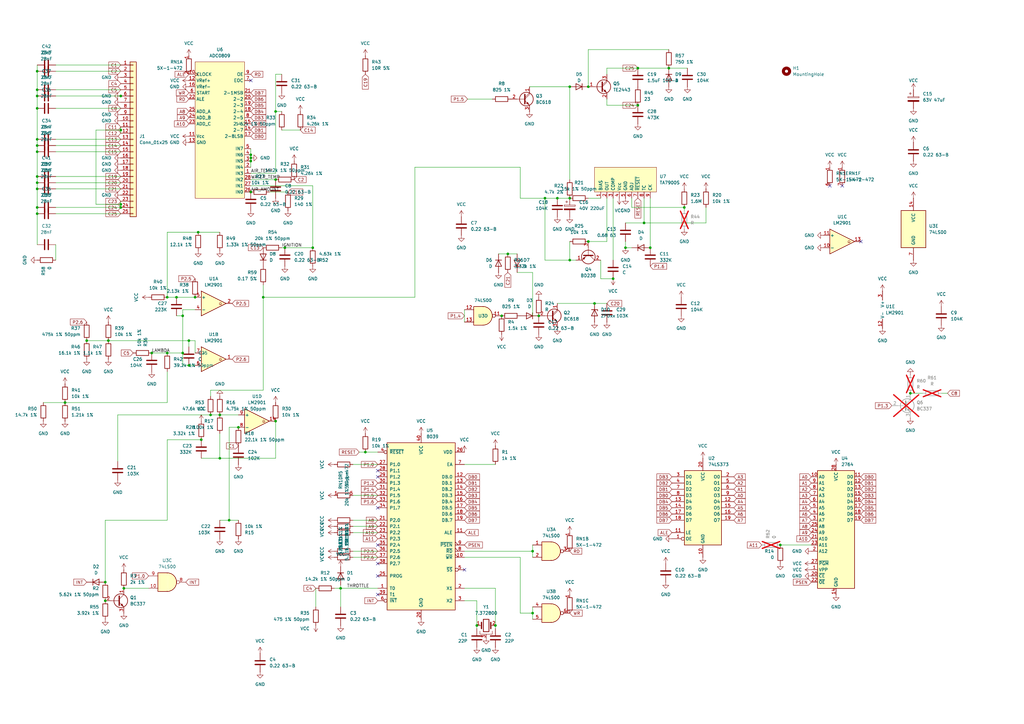
<source format=kicad_sch>
(kicad_sch (version 20250114) (generator "eeschema") (generator_version "9.0")
  (paper "A3")
  (junction (at 72.39 121.92))
  (junction (at 233.68 106.68))
  (junction (at 113.03 172.72))
  (junction (at 218.44 251.46))
  (junction (at 74.93 144.78))
  (junction (at 15.24 85.09))
  (junction (at 320.04 223.52))
  (junction (at 49.53 39.37))
  (junction (at 218.44 226.06))
  (junction (at 26.67 165.1))
  (junction (at 86.36 170.18))
  (junction (at 102.87 78.74))
  (junction (at 107.95 121.92))
  (junction (at 274.32 27.94))
  (junction (at 261.62 43.18))
  (junction (at 15.24 36.83))
  (junction (at 82.55 180.34))
  (junction (at 228.6 81.28))
  (junction (at 116.84 101.6))
  (junction (at 205.74 129.54))
  (junction (at 97.79 175.26))
  (junction (at 15.24 29.21))
  (junction (at 233.68 35.56))
  (junction (at 15.24 74.93))
  (junction (at 113.03 73.66))
  (junction (at 49.53 83.82))
  (junction (at 44.45 139.7))
  (junction (at 195.58 256.54))
  (junction (at 43.18 246.38))
  (junction (at 264.16 91.44))
  (junction (at 50.8 241.3))
  (junction (at 35.56 139.7))
  (junction (at 74.93 129.54))
  (junction (at 102.87 63.5))
  (junction (at 102.87 66.04))
  (junction (at 266.7 101.6))
  (junction (at 102.87 64.77))
  (junction (at 15.24 62.23))
  (junction (at 203.2 256.54))
  (junction (at 243.84 124.46))
  (junction (at 241.3 35.56))
  (junction (at 113.03 45.72))
  (junction (at 81.28 95.25))
  (junction (at 43.18 238.76))
  (junction (at 90.17 170.18))
  (junction (at 68.58 121.92))
  (junction (at 77.47 139.7))
  (junction (at 77.47 149.86))
  (junction (at 220.98 129.54))
  (junction (at 208.28 104.14))
  (junction (at 80.01 121.92))
  (junction (at 49.53 53.34))
  (junction (at 49.53 85.09))
  (junction (at 62.23 144.78))
  (junction (at 15.24 57.15))
  (junction (at 15.24 39.37))
  (junction (at 251.46 114.3))
  (junction (at 68.58 144.78))
  (junction (at 241.3 99.06))
  (junction (at 15.24 59.69))
  (junction (at 223.52 81.28))
  (junction (at 261.62 27.94))
  (junction (at 93.98 213.36))
  (junction (at 373.38 161.29))
  (junction (at 15.24 72.39))
  (junction (at 15.24 77.47))
  (junction (at 15.24 44.45))
  (junction (at 139.7 241.3))
  (junction (at 233.68 81.28))
  (junction (at 256.54 101.6))
  (junction (at 128.27 101.6))
  (junction (at 280.67 85.09))
  (junction (at 149.86 185.42))
  (junction (at 90.17 187.96))
  (junction (at 15.24 87.63))
  (no_connect (at 190.5 233.68))
  (no_connect (at 353.06 99.06))
  (no_connect (at 340.36 76.2))
  (no_connect (at 345.44 76.2))
  (no_connect (at 154.94 223.52))
  (no_connect (at 154.94 193.04))
  (no_connect (at 154.94 195.58))
  (no_connect (at 154.94 208.28))
  (no_connect (at 102.87 33.02))
  (no_connect (at 154.94 231.14))
  (no_connect (at 154.94 236.22))
  (no_connect (at 154.94 243.84))
  (wire (pts (xy 102.87 73.66) (xy 113.03 73.66)))
  (wire (pts (xy 223.52 81.28) (xy 228.6 81.28)))
  (wire (pts (xy 82.55 187.96) (xy 90.17 187.96)))
  (wire (pts (xy 116.84 101.6) (xy 115.57 101.6)))
  (wire (pts (xy 102.87 71.12) (xy 113.03 71.12)))
  (wire (pts (xy 218.44 248.92) (xy 218.44 251.46)))
  (wire (pts (xy 22.86 29.21) (xy 49.53 29.21)))
  (wire (pts (xy 213.36 228.6) (xy 190.5 228.6)))
  (wire (pts (xy 22.86 62.23) (xy 49.53 62.23)))
  (wire (pts (xy 233.68 73.66) (xy 233.68 35.56)))
  (wire (pts (xy 256.54 91.44) (xy 264.16 91.44)))
  (wire (pts (xy 144.78 226.06) (xy 154.94 226.06)))
  (wire (pts (xy 223.52 106.68) (xy 223.52 81.28)))
  (wire (pts (xy 248.92 40.64) (xy 248.92 43.18)))
  (wire (pts (xy 17.78 165.1) (xy 26.67 165.1)))
  (wire (pts (xy 190.5 246.38) (xy 195.58 246.38)))
  (wire (pts (xy 320.04 223.52) (xy 332.74 223.52)))
  (wire (pts (xy 102.87 66.04) (xy 102.87 68.58)))
  (wire (pts (xy 373.38 161.29) (xy 378.46 161.29)))
  (wire (pts (xy 259.08 85.09) (xy 259.08 81.28)))
  (wire (pts (xy 107.95 121.92) (xy 170.18 121.92)))
  (wire (pts (xy 113.03 187.96) (xy 113.03 172.72)))
  (wire (pts (xy 228.6 81.28) (xy 233.68 81.28)))
  (wire (pts (xy 289.56 91.44) (xy 264.16 91.44)))
  (wire (pts (xy 137.16 241.3) (xy 139.7 241.3)))
  (wire (pts (xy 228.6 124.46) (xy 243.84 124.46)))
  (wire (pts (xy 190.5 127) (xy 190.5 132.08)))
  (wire (pts (xy 43.18 213.36) (xy 43.18 238.76)))
  (wire (pts (xy 80.01 139.7) (xy 80.01 144.78)))
  (wire (pts (xy 15.24 74.93) (xy 15.24 77.47)))
  (wire (pts (xy 22.86 57.15) (xy 49.53 57.15)))
  (wire (pts (xy 233.68 106.68) (xy 223.52 106.68)))
  (wire (pts (xy 15.24 72.39) (xy 15.24 74.93)))
  (wire (pts (xy 22.86 74.93) (xy 49.53 74.93)))
  (wire (pts (xy 22.86 72.39) (xy 49.53 72.39)))
  (wire (pts (xy 74.93 149.86) (xy 77.47 149.86)))
  (wire (pts (xy 113.03 45.72) (xy 115.57 45.72)))
  (wire (pts (xy 74.93 129.54) (xy 74.93 144.78)))
  (wire (pts (xy 93.98 175.26) (xy 93.98 213.36)))
  (wire (pts (xy 48.26 170.18) (xy 86.36 170.18)))
  (wire (pts (xy 15.24 100.33) (xy 15.24 87.63)))
  (wire (pts (xy 15.24 77.47) (xy 15.24 85.09)))
  (wire (pts (xy 266.7 81.28) (xy 266.7 101.6)))
  (wire (pts (xy 35.56 139.7) (xy 44.45 139.7)))
  (wire (pts (xy 116.84 101.6) (xy 128.27 101.6)))
  (wire (pts (xy 81.28 95.25) (xy 90.17 95.25)))
  (wire (pts (xy 280.67 85.09) (xy 259.08 85.09)))
  (wire (pts (xy 39.37 83.82) (xy 39.37 53.34)))
  (wire (pts (xy 110.49 78.74) (xy 118.11 78.74)))
  (wire (pts (xy 68.58 152.4) (xy 68.58 165.1)))
  (wire (pts (xy 68.58 95.25) (xy 68.58 121.92)))
  (wire (pts (xy 90.17 170.18) (xy 97.79 170.18)))
  (wire (pts (xy 68.58 121.92) (xy 72.39 121.92)))
  (wire (pts (xy 77.47 139.7) (xy 80.01 139.7)))
  (wire (pts (xy 154.94 241.3) (xy 139.7 241.3)))
  (wire (pts (xy 68.58 180.34) (xy 68.58 213.36)))
  (wire (pts (xy 223.52 81.28) (xy 213.36 81.28)))
  (wire (pts (xy 256.54 101.6) (xy 256.54 99.06)))
  (wire (pts (xy 49.53 83.82) (xy 49.53 85.09)))
  (wire (pts (xy 289.56 85.09) (xy 289.56 91.44)))
  (wire (pts (xy 22.86 36.83) (xy 49.53 36.83)))
  (wire (pts (xy 86.36 170.18) (xy 90.17 170.18)))
  (wire (pts (xy 22.86 87.63) (xy 49.53 87.63)))
  (wire (pts (xy 22.86 85.09) (xy 49.53 85.09)))
  (wire (pts (xy 48.26 189.23) (xy 48.26 170.18)))
  (wire (pts (xy 102.87 64.77) (xy 102.87 66.04)))
  (wire (pts (xy 248.92 30.48) (xy 248.92 27.94)))
  (wire (pts (xy 39.37 53.34) (xy 49.53 53.34)))
  (wire (pts (xy 203.2 241.3) (xy 203.2 256.54)))
  (wire (pts (xy 248.92 43.18) (xy 261.62 43.18)))
  (wire (pts (xy 68.58 213.36) (xy 43.18 213.36)))
  (wire (pts (xy 264.16 91.44) (xy 264.16 81.28)))
  (wire (pts (xy 139.7 241.3) (xy 139.7 248.92)))
  (wire (pts (xy 218.44 226.06) (xy 218.44 228.6)))
  (wire (pts (xy 190.5 241.3) (xy 203.2 241.3)))
  (wire (pts (xy 144.78 218.44) (xy 154.94 218.44)))
  (wire (pts (xy 204.47 104.14) (xy 208.28 104.14)))
  (wire (pts (xy 144.78 213.36) (xy 154.94 213.36)))
  (wire (pts (xy 213.36 68.58) (xy 170.18 68.58)))
  (wire (pts (xy 68.58 165.1) (xy 26.67 165.1)))
  (wire (pts (xy 256.54 101.6) (xy 259.08 101.6)))
  (wire (pts (xy 144.78 215.9) (xy 154.94 215.9)))
  (wire (pts (xy 128.27 76.2) (xy 128.27 101.6)))
  (wire (pts (xy 386.08 161.29) (xy 388.62 161.29)))
  (wire (pts (xy 274.32 20.32) (xy 241.3 20.32)))
  (wire (pts (xy 86.36 162.56) (xy 86.36 160.02)))
  (wire (pts (xy 102.87 60.96) (xy 102.87 63.5)))
  (wire (pts (xy 72.39 129.54) (xy 74.93 129.54)))
  (wire (pts (xy 190.5 190.5) (xy 203.2 190.5)))
  (wire (pts (xy 49.53 83.82) (xy 39.37 83.82)))
  (wire (pts (xy 97.79 213.36) (xy 93.98 213.36)))
  (wire (pts (xy 44.45 139.7) (xy 77.47 139.7)))
  (wire (pts (xy 241.3 99.06) (xy 248.92 99.06)))
  (wire (pts (xy 97.79 175.26) (xy 93.98 175.26)))
  (wire (pts (xy 246.38 114.3) (xy 251.46 114.3)))
  (wire (pts (xy 72.39 121.92) (xy 80.01 121.92)))
  (wire (pts (xy 144.78 190.5) (xy 154.94 190.5)))
  (wire (pts (xy 15.24 59.69) (xy 15.24 62.23)))
  (wire (pts (xy 115.57 30.48) (xy 113.03 30.48)))
  (wire (pts (xy 77.47 139.7) (xy 77.47 142.24)))
  (wire (pts (xy 248.92 99.06) (xy 248.92 81.28)))
  (wire (pts (xy 93.98 213.36) (xy 90.17 213.36)))
  (wire (pts (xy 49.53 53.34) (xy 49.53 54.61)))
  (wire (pts (xy 218.44 251.46) (xy 218.44 254)))
  (wire (pts (xy 212.09 111.76) (xy 218.44 111.76)))
  (wire (pts (xy 218.44 129.54) (xy 220.98 129.54)))
  (wire (pts (xy 62.23 144.78) (xy 68.58 144.78)))
  (wire (pts (xy 15.24 44.45) (xy 15.24 57.15)))
  (wire (pts (xy 123.19 53.34) (xy 115.57 53.34)))
  (wire (pts (xy 213.36 251.46) (xy 218.44 251.46)))
  (wire (pts (xy 241.3 81.28) (xy 246.38 81.28)))
  (wire (pts (xy 233.68 106.68) (xy 233.68 99.06)))
  (wire (pts (xy 22.86 39.37) (xy 49.53 39.37)))
  (wire (pts (xy 68.58 144.78) (xy 74.93 144.78)))
  (wire (pts (xy 144.78 203.2) (xy 154.94 203.2)))
  (wire (pts (xy 107.95 121.92) (xy 107.95 116.84)))
  (wire (pts (xy 203.2 256.54) (xy 203.2 257.81)))
  (wire (pts (xy 195.58 257.81) (xy 195.58 256.54)))
  (wire (pts (xy 90.17 177.8) (xy 90.17 187.96)))
  (wire (pts (xy 81.28 95.25) (xy 68.58 95.25)))
  (wire (pts (xy 218.44 111.76) (xy 218.44 129.54)))
  (wire (pts (xy 90.17 187.96) (xy 113.03 187.96)))
  (wire (pts (xy 149.86 185.42) (xy 154.94 185.42)))
  (wire (pts (xy 80.01 127) (xy 74.93 127)))
  (wire (pts (xy 22.86 77.47) (xy 49.53 77.47)))
  (wire (pts (xy 113.03 30.48) (xy 113.03 45.72)))
  (wire (pts (xy 49.53 52.07) (xy 49.53 53.34)))
  (wire (pts (xy 213.36 251.46) (xy 213.36 228.6)))
  (wire (pts (xy 190.5 226.06) (xy 218.44 226.06)))
  (wire (pts (xy 86.36 160.02) (xy 107.95 160.02)))
  (wire (pts (xy 77.47 149.86) (xy 80.01 149.86)))
  (wire (pts (xy 74.93 127) (xy 74.93 129.54)))
  (wire (pts (xy 236.22 106.68) (xy 233.68 106.68)))
  (wire (pts (xy 233.68 35.56) (xy 217.17 35.56)))
  (wire (pts (xy 195.58 246.38) (xy 195.58 256.54)))
  (wire (pts (xy 139.7 241.3) (xy 139.7 240.03)))
  (wire (pts (xy 144.78 228.6) (xy 154.94 228.6)))
  (wire (pts (xy 49.53 82.55) (xy 49.53 83.82)))
  (wire (pts (xy 191.77 40.64) (xy 201.93 40.64)))
  (wire (pts (xy 251.46 81.28) (xy 251.46 106.68)))
  (wire (pts (xy 274.32 27.94) (xy 281.94 27.94)))
  (wire (pts (xy 261.62 27.94) (xy 274.32 27.94)))
  (wire (pts (xy 82.55 180.34) (xy 68.58 180.34)))
  (wire (pts (xy 246.38 106.68) (xy 246.38 114.3)))
  (wire (pts (xy 280.67 86.36) (xy 280.67 85.09)))
  (wire (pts (xy 243.84 124.46) (xy 248.92 124.46)))
  (wire (pts (xy 22.86 59.69) (xy 49.53 59.69)))
  (wire (pts (xy 22.86 106.68) (xy 22.86 100.33)))
  (wire (pts (xy 22.86 26.67) (xy 49.53 26.67)))
  (wire (pts (xy 15.24 26.67) (xy 15.24 29.21)))
  (wire (pts (xy 22.86 44.45) (xy 49.53 44.45)))
  (wire (pts (xy 74.93 144.78) (xy 74.93 149.86)))
  (wire (pts (xy 170.18 121.92) (xy 170.18 68.58)))
  (wire (pts (xy 102.87 76.2) (xy 128.27 76.2)))
  (wire (pts (xy 15.24 57.15) (xy 15.24 59.69)))
  (wire (pts (xy 15.24 87.63) (xy 15.24 85.09)))
  (wire (pts (xy 113.03 71.12) (xy 113.03 45.72)))
  (wire (pts (xy 102.87 63.5) (xy 102.87 64.77)))
  (wire (pts (xy 15.24 36.83) (xy 15.24 39.37)))
  (wire (pts (xy 218.44 223.52) (xy 218.44 226.06)))
  (wire (pts (xy 208.28 104.14) (xy 212.09 104.14)))
  (wire (pts (xy 107.95 160.02) (xy 107.95 121.92)))
  (wire (pts (xy 15.24 29.21) (xy 15.24 36.83)))
  (wire (pts (xy 213.36 81.28) (xy 213.36 68.58)))
  (wire (pts (xy 147.32 185.42) (xy 149.86 185.42)))
  (wire (pts (xy 129.54 241.3) (xy 129.54 248.92)))
  (wire (pts (xy 50.8 241.3) (xy 60.96 241.3)))
  (wire (pts (xy 248.92 27.94) (xy 261.62 27.94)))
  (wire (pts (xy 15.24 39.37) (xy 15.24 44.45)))
  (wire (pts (xy 15.24 62.23) (xy 15.24 72.39)))
  (wire (pts (xy 241.3 20.32) (xy 241.3 35.56)))
  (label "AIR_AMOUNT" (at 102.87 78.74 0))
  (label "THROTTLE" (at 142.24 241.3 0))
  (label "LAMBDA" (at 62.23 144.78 0))
  (label "WATER_TEMP" (at 102.87 73.66 0))
  (label "IGNITION" (at 115.57 101.6 0))
  (label "AIR_TEMP" (at 102.87 71.12 0))
  (global_label "C4" (shape input) (at 129.54 241.3 180) (property "Intersheetrefs" "${INTERSHEET_REFS}" (effects (hide yes))))
  (global_label "DB7" (shape input) (at 102.87 38.1 0) (property "Intersheetrefs" "${INTERSHEET_REFS}" (effects (hide yes))))
  (global_label "A2" (shape input) (at 332.74 200.66 180) (property "Intersheetrefs" "${INTERSHEET_REFS}" (effects (hide yes))))
  (global_label "A2" (shape input) (at 300.99 198.12 0) (property "Intersheetrefs" "${INTERSHEET_REFS}" (effects (hide yes))))
  (global_label "C13" (shape input) (at 49.53 57.15 180) (property "Intersheetrefs" "${INTERSHEET_REFS}" (effects (hide yes))))
  (global_label "INT" (shape input) (at 154.94 246.38 180) (property "Intersheetrefs" "${INTERSHEET_REFS}" (effects (hide yes))))
  (global_label "C24" (shape input) (at 261.62 43.18 180) (property "Intersheetrefs" "${INTERSHEET_REFS}" (effects (hide yes))))
  (global_label "DB0" (shape input) (at 102.87 55.88 0) (property "Intersheetrefs" "${INTERSHEET_REFS}" (effects (hide yes))))
  (global_label "C13" (shape input) (at 107.95 101.6 180) (property "Intersheetrefs" "${INTERSHEET_REFS}" (effects (hide yes))))
  (global_label "C8" (shape input) (at 388.62 161.29 0) (property "Intersheetrefs" "${INTERSHEET_REFS}" (effects (hide yes))))
  (global_label "A10" (shape input) (at 332.74 220.98 180) (property "Intersheetrefs" "${INTERSHEET_REFS}" (effects (hide yes))))
  (global_label "C5" (shape input) (at 54.61 144.78 180) (property "Intersheetrefs" "${INTERSHEET_REFS}" (effects (hide yes))))
  (global_label "A0" (shape input) (at 332.74 195.58 180) (property "Intersheetrefs" "${INTERSHEET_REFS}" (effects (hide yes))))
  (global_label "RESET" (shape input) (at 261.62 81.28 270) (property "Intersheetrefs" "${INTERSHEET_REFS}" (effects (hide yes))))
  (global_label "P1.4" (shape input) (at 190.5 129.54 180) (property "Intersheetrefs" "${INTERSHEET_REFS}" (effects (hide yes))))
  (global_label "DB2" (shape input) (at 190.5 200.66 0) (property "Intersheetrefs" "${INTERSHEET_REFS}" (effects (hide yes))))
  (global_label "A10" (shape input) (at 77.47 50.8 180) (property "Intersheetrefs" "${INTERSHEET_REFS}" (effects (hide yes))))
  (global_label "A1" (shape input) (at 332.74 198.12 180) (property "Intersheetrefs" "${INTERSHEET_REFS}" (effects (hide yes))))
  (global_label "C20" (shape input) (at 49.53 74.93 180) (property "Intersheetrefs" "${INTERSHEET_REFS}" (effects (hide yes))))
  (global_label "C25" (shape input) (at 261.62 27.94 180) (property "Intersheetrefs" "${INTERSHEET_REFS}" (effects (hide yes))))
  (global_label "RD" (shape input) (at 102.87 30.48 0) (property "Intersheetrefs" "${INTERSHEET_REFS}" (effects (hide yes))))
  (global_label "DB0" (shape input) (at 275.59 203.2 180) (property "Intersheetrefs" "${INTERSHEET_REFS}" (effects (hide yes))))
  (global_label "A3" (shape input) (at 332.74 203.2 180) (property "Intersheetrefs" "${INTERSHEET_REFS}" (effects (hide yes))))
  (global_label "ALE" (shape input) (at 275.59 218.44 180) (property "Intersheetrefs" "${INTERSHEET_REFS}" (effects (hide yes))))
  (global_label "DB5" (shape input) (at 190.5 208.28 0) (property "Intersheetrefs" "${INTERSHEET_REFS}" (effects (hide yes))))
  (global_label "DB4" (shape input) (at 353.06 205.74 0) (property "Intersheetrefs" "${INTERSHEET_REFS}" (effects (hide yes))))
  (global_label "A6" (shape input) (at 332.74 210.82 180) (property "Intersheetrefs" "${INTERSHEET_REFS}" (effects (hide yes))))
  (global_label "A8" (shape input) (at 154.94 213.36 180) (property "Intersheetrefs" "${INTERSHEET_REFS}" (effects (hide yes))))
  (global_label "A9" (shape input) (at 77.47 48.26 180) (property "Intersheetrefs" "${INTERSHEET_REFS}" (effects (hide yes))))
  (global_label "DB7" (shape input) (at 275.59 213.36 180) (property "Intersheetrefs" "${INTERSHEET_REFS}" (effects (hide yes))))
  (global_label "DB6" (shape input) (at 275.59 210.82 180) (property "Intersheetrefs" "${INTERSHEET_REFS}" (effects (hide yes))))
  (global_label "C15" (shape input) (at 118.11 78.74 0) (property "Intersheetrefs" "${INTERSHEET_REFS}" (effects (hide yes))))
  (global_label "A9" (shape input) (at 332.74 218.44 180) (property "Intersheetrefs" "${INTERSHEET_REFS}" (effects (hide yes))))
  (global_label "RD" (shape input) (at 233.68 226.06 0) (property "Intersheetrefs" "${INTERSHEET_REFS}" (effects (hide yes))))
  (global_label "C1" (shape input) (at 49.53 26.67 180) (property "Intersheetrefs" "${INTERSHEET_REFS}" (effects (hide yes))))
  (global_label "P2.5" (shape input) (at 154.94 226.06 180) (property "Intersheetrefs" "${INTERSHEET_REFS}" (effects (hide yes))))
  (global_label "DB1" (shape input) (at 190.5 198.12 0) (property "Intersheetrefs" "${INTERSHEET_REFS}" (effects (hide yes))))
  (global_label "A5" (shape input) (at 300.99 208.28 0) (property "Intersheetrefs" "${INTERSHEET_REFS}" (effects (hide yes))))
  (global_label "A7" (shape input) (at 332.74 213.36 180) (property "Intersheetrefs" "${INTERSHEET_REFS}" (effects (hide yes))))
  (global_label "C14" (shape input) (at 123.19 53.34 0) (property "Intersheetrefs" "${INTERSHEET_REFS}" (effects (hide yes))))
  (global_label "C2" (shape input) (at 120.65 73.66 0) (property "Intersheetrefs" "${INTERSHEET_REFS}" (effects (hide yes))))
  (global_label "DB5" (shape input) (at 275.59 208.28 180) (property "Intersheetrefs" "${INTERSHEET_REFS}" (effects (hide yes))))
  (global_label "DB6" (shape input) (at 353.06 210.82 0) (property "Intersheetrefs" "${INTERSHEET_REFS}" (effects (hide yes))))
  (global_label "RESET" (shape input) (at 147.32 185.42 180) (property "Intersheetrefs" "${INTERSHEET_REFS}" (effects (hide yes))))
  (global_label "C12" (shape input) (at 49.53 54.61 180) (property "Intersheetrefs" "${INTERSHEET_REFS}" (effects (hide yes))))
  (global_label "A5" (shape input) (at 332.74 208.28 180) (property "Intersheetrefs" "${INTERSHEET_REFS}" (effects (hide yes))))
  (global_label "DB6" (shape input) (at 190.5 210.82 0) (property "Intersheetrefs" "${INTERSHEET_REFS}" (effects (hide yes))))
  (global_label "RD" (shape input) (at 77.47 40.64 180) (property "Intersheetrefs" "${INTERSHEET_REFS}" (effects (hide yes))))
  (global_label "P1.5" (shape input) (at 154.94 203.2 180) (property "Intersheetrefs" "${INTERSHEET_REFS}" (effects (hide yes))))
  (global_label "DB3" (shape input) (at 102.87 48.26 0) (property "Intersheetrefs" "${INTERSHEET_REFS}" (effects (hide yes))))
  (global_label "P1.5" (shape input) (at 191.77 40.64 180) (property "Intersheetrefs" "${INTERSHEET_REFS}" (effects (hide yes))))
  (global_label "DB3" (shape input) (at 275.59 195.58 180) (property "Intersheetrefs" "${INTERSHEET_REFS}" (effects (hide yes))))
  (global_label "DB1" (shape input) (at 275.59 200.66 180) (property "Intersheetrefs" "${INTERSHEET_REFS}" (effects (hide yes))))
  (global_label "DB6" (shape input) (at 102.87 40.64 0) (property "Intersheetrefs" "${INTERSHEET_REFS}" (effects (hide yes))))
  (global_label "DB4" (shape input) (at 190.5 205.74 0) (property "Intersheetrefs" "${INTERSHEET_REFS}" (effects (hide yes))))
  (global_label "P1.6" (shape input) (at 266.7 109.22 0) (property "Intersheetrefs" "${INTERSHEET_REFS}" (effects (hide yes))))
  (global_label "C19" (shape input) (at 49.53 72.39 180) (property "Intersheetrefs" "${INTERSHEET_REFS}" (effects (hide yes))))
  (global_label "A6" (shape input) (at 300.99 210.82 0) (property "Intersheetrefs" "${INTERSHEET_REFS}" (effects (hide yes))))
  (global_label "P1.3" (shape input) (at 365.76 166.37 180) (property "Intersheetrefs" "${INTERSHEET_REFS}" (effects (hide yes))))
  (global_label "DB1" (shape input) (at 102.87 53.34 0) (property "Intersheetrefs" "${INTERSHEET_REFS}" (effects (hide yes))))
  (global_label "DB4" (shape input) (at 102.87 45.72 0) (property "Intersheetrefs" "${INTERSHEET_REFS}" (effects (hide yes))))
  (global_label "DB3" (shape input) (at 353.06 203.2 0) (property "Intersheetrefs" "${INTERSHEET_REFS}" (effects (hide yes))))
  (global_label "C2" (shape input) (at 49.53 29.21 180) (property "Intersheetrefs" "${INTERSHEET_REFS}" (effects (hide yes))))
  (global_label "DB2" (shape input) (at 275.59 198.12 180) (property "Intersheetrefs" "${INTERSHEET_REFS}" (effects (hide yes))))
  (global_label "P1.4" (shape input) (at 154.94 200.66 180) (property "Intersheetrefs" "${INTERSHEET_REFS}" (effects (hide yes))))
  (global_label "WR" (shape input) (at 77.47 38.1 180) (property "Intersheetrefs" "${INTERSHEET_REFS}" (effects (hide yes))))
  (global_label "ALE" (shape input) (at 190.5 218.44 0) (property "Intersheetrefs" "${INTERSHEET_REFS}" (effects (hide yes))))
  (global_label "A9" (shape input) (at 154.94 215.9 180) (property "Intersheetrefs" "${INTERSHEET_REFS}" (effects (hide yes))))
  (global_label "DB0" (shape input) (at 353.06 195.58 0) (property "Intersheetrefs" "${INTERSHEET_REFS}" (effects (hide yes))))
  (global_label "DB5" (shape input) (at 102.87 43.18 0) (property "Intersheetrefs" "${INTERSHEET_REFS}" (effects (hide yes))))
  (global_label "A8" (shape input) (at 77.47 45.72 180) (property "Intersheetrefs" "${INTERSHEET_REFS}" (effects (hide yes))))
  (global_label "C20" (shape input) (at 248.92 124.46 0) (property "Intersheetrefs" "${INTERSHEET_REFS}" (effects (hide yes))))
  (global_label "C23" (shape input) (at 49.53 82.55 180) (property "Intersheetrefs" "${INTERSHEET_REFS}" (effects (hide yes))))
  (global_label "C19" (shape input) (at 149.86 30.48 270) (property "Intersheetrefs" "${INTERSHEET_REFS}" (effects (hide yes))))
  (global_label "C8" (shape input) (at 49.53 44.45 180) (property "Intersheetrefs" "${INTERSHEET_REFS}" (effects (hide yes))))
  (global_label "P2.6" (shape input) (at 35.56 132.08 180) (property "Intersheetrefs" "${INTERSHEET_REFS}" (effects (hide yes))))
  (global_label "C21" (shape input) (at 208.28 111.76 270) (property "Intersheetrefs" "${INTERSHEET_REFS}" (effects (hide yes))))
  (global_label "C11" (shape input) (at 49.53 52.07 180) (property "Intersheetrefs" "${INTERSHEET_REFS}" (effects (hide yes))))
  (global_label "DB0" (shape input) (at 190.5 195.58 0) (property "Intersheetrefs" "${INTERSHEET_REFS}" (effects (hide yes))))
  (global_label "WR" (shape input) (at 233.68 251.46 0) (property "Intersheetrefs" "${INTERSHEET_REFS}" (effects (hide yes))))
  (global_label "A11" (shape input) (at 312.42 223.52 180) (property "Intersheetrefs" "${INTERSHEET_REFS}" (effects (hide yes))))
  (global_label "P2.6" (shape input) (at 154.94 228.6 180) (property "Intersheetrefs" "${INTERSHEET_REFS}" (effects (hide yes))))
  (global_label "C5" (shape input) (at 49.53 36.83 180) (property "Intersheetrefs" "${INTERSHEET_REFS}" (effects (hide yes))))
  (global_label "DB5" (shape input) (at 353.06 208.28 0) (property "Intersheetrefs" "${INTERSHEET_REFS}" (effects (hide yes))))
  (global_label "DB7" (shape input) (at 353.06 213.36 0) (property "Intersheetrefs" "${INTERSHEET_REFS}" (effects (hide yes))))
  (global_label "INT" (shape input) (at 35.56 238.76 180) (property "Intersheetrefs" "${INTERSHEET_REFS}" (effects (hide yes))))
  (global_label "DB2" (shape input) (at 353.06 200.66 0) (property "Intersheetrefs" "${INTERSHEET_REFS}" (effects (hide yes))))
  (global_label "C25" (shape input) (at 49.53 87.63 180) (property "Intersheetrefs" "${INTERSHEET_REFS}" (effects (hide yes))))
  (global_label "A4" (shape input) (at 332.74 205.74 180) (property "Intersheetrefs" "${INTERSHEET_REFS}" (effects (hide yes))))
  (global_label "C4" (shape input) (at 49.53 34.29 180) (property "Intersheetrefs" "${INTERSHEET_REFS}" (effects (hide yes))))
  (global_label "PSEN" (shape input) (at 332.74 238.76 180) (property "Intersheetrefs" "${INTERSHEET_REFS}" (effects (hide yes))))
  (global_label "DB2" (shape input) (at 102.87 50.8 0) (property "Intersheetrefs" "${INTERSHEET_REFS}" (effects (hide yes))))
  (global_label "A7" (shape input) (at 300.99 213.36 0) (property "Intersheetrefs" "${INTERSHEET_REFS}" (effects (hide yes))))
  (global_label "INT" (shape input) (at 76.2 238.76 0) (property "Intersheetrefs" "${INTERSHEET_REFS}" (effects (hide yes))))
  (global_label "P1.6" (shape input) (at 154.94 205.74 180) (property "Intersheetrefs" "${INTERSHEET_REFS}" (effects (hide yes))))
  (global_label "DB4" (shape input) (at 275.59 205.74 180) (property "Intersheetrefs" "${INTERSHEET_REFS}" (effects (hide yes))))
  (global_label "DB3" (shape input) (at 190.5 203.2 0) (property "Intersheetrefs" "${INTERSHEET_REFS}" (effects (hide yes))))
  (global_label "A3" (shape input) (at 300.99 195.58 0) (property "Intersheetrefs" "${INTERSHEET_REFS}" (effects (hide yes))))
  (global_label "A11" (shape input) (at 154.94 220.98 180) (property "Intersheetrefs" "${INTERSHEET_REFS}" (effects (hide yes))))
  (global_label "DB1" (shape input) (at 353.06 198.12 0) (property "Intersheetrefs" "${INTERSHEET_REFS}" (effects (hide yes))))
  (global_label "A8" (shape input) (at 332.74 215.9 180) (property "Intersheetrefs" "${INTERSHEET_REFS}" (effects (hide yes))))
  (global_label "P1.0" (shape input) (at 60.96 236.22 180) (property "Intersheetrefs" "${INTERSHEET_REFS}" (effects (hide yes))))
  (global_label "P1.0" (shape input) (at 154.94 190.5 180) (property "Intersheetrefs" "${INTERSHEET_REFS}" (effects (hide yes))))
  (global_label "C15" (shape input) (at 49.53 62.23 180) (property "Intersheetrefs" "${INTERSHEET_REFS}" (effects (hide yes))))
  (global_label "P2.5" (shape input) (at 95.25 124.46 0) (property "Intersheetrefs" "${INTERSHEET_REFS}" (effects (hide yes))))
  (global_label "C24" (shape input) (at 49.53 85.09 180) (property "Intersheetrefs" "${INTERSHEET_REFS}" (effects (hide yes))))
  (global_label "A1" (shape input) (at 300.99 200.66 0) (property "Intersheetrefs" "${INTERSHEET_REFS}" (effects (hide yes))))
  (global_label "P1.3" (shape input) (at 154.94 198.12 180) (property "Intersheetrefs" "${INTERSHEET_REFS}" (effects (hide yes))))
  (global_label "DB7" (shape input) (at 190.5 213.36 0) (property "Intersheetrefs" "${INTERSHEET_REFS}" (effects (hide yes))))
  (global_label "A4" (shape input) (at 300.99 205.74 0) (property "Intersheetrefs" "${INTERSHEET_REFS}" (effects (hide yes))))
  (global_label "P2.5" (shape input) (at 80.01 114.3 180) (property "Intersheetrefs" "${INTERSHEET_REFS}" (effects (hide yes))))
  (global_label "ALE" (shape input) (at 77.47 30.48 180) (property "Intersheetrefs" "${INTERSHEET_REFS}" (effects (hide yes))))
  (global_label "A10" (shape input) (at 154.94 218.44 180) (property "Intersheetrefs" "${INTERSHEET_REFS}" (effects (hide yes))))
  (global_label "P2.6" (shape input) (at 95.25 147.32 0) (property "Intersheetrefs" "${INTERSHEET_REFS}" (effects (hide yes))))
  (global_label "PSEN" (shape input) (at 190.5 223.52 0) (property "Intersheetrefs" "${INTERSHEET_REFS}" (effects (hide yes))))
  (global_label "C21" (shape input) (at 49.53 77.47 180) (property "Intersheetrefs" "${INTERSHEET_REFS}" (effects (hide yes))))
  (global_label "A0" (shape input) (at 300.99 203.2 0) (property "Intersheetrefs" "${INTERSHEET_REFS}" (effects (hide yes))))
  (global_label "C14" (shape input) (at 49.53 59.69 180) (property "Intersheetrefs" "${INTERSHEET_REFS}" (effects (hide yes))))
  (global_label "C1" (shape input) (at 97.79 182.88 180) (property "Intersheetrefs" "${INTERSHEET_REFS}" (effects (hide yes))))
  (symbol (lib_id "Device:R") (at 111.76 101.6 270) (unit 1)
    (property "Reference" "R54" (at 111.76 95.25 90))
    (property "Value" "20k 1% 50ppm" (at 111.76 97.79 90))
    (property "Footprint" "Resistor_THT:R_Axial_DIN0207_L6.3mm_D2.5mm_P10.16mm_Horizontal" (effects (hide yes)))
    (property "Description" "Resistor" (effects (hide yes)))
  )
  (symbol (lib_id "power:VCC") (at 60.96 121.92 90) (mirror x) (unit 1)
    (property "Reference" "#PWR0110" (effects (hide yes)))
    (property "Value" "VCC" (at 55.88 121.92 0))
    (property "Description" "Power symbol creates a global label with name \"VCC\"" (effects (hide yes)))
  )
  (symbol (lib_id "power:GND") (at 386.08 133.35 0) (unit 1)
    (property "Reference" "#PWR048" (effects (hide yes)))
    (property "Value" "GND" (at 386.08 138.43 0))
    (property "Description" "Power symbol creates a global label with name \"GND\" , ground" (effects (hide yes)))
  )
  (symbol (lib_id "power:VCC") (at 113.03 165.1 0) (mirror y) (unit 1)
    (property "Reference" "#PWR080" (effects (hide yes)))
    (property "Value" "VCC" (at 113.03 160.02 0))
    (property "Description" "Power symbol creates a global label with name \"VCC\"" (effects (hide yes)))
  )
  (symbol (lib_id "Device:R") (at 289.56 81.28 0) (unit 1)
    (property "Reference" "R20" (at 292.1 80.0099 0) (effects (justify left)))
    (property "Value" "10k 1%" (at 292.1 82.5499 0) (effects (justify left)))
    (property "Footprint" "Resistor_THT:R_Axial_DIN0207_L6.3mm_D2.5mm_P10.16mm_Horizontal" (effects (hide yes)))
    (property "Description" "Resistor" (effects (hide yes)))
  )
  (symbol (lib_id "Device:Crystal_GND3") (at 199.39 256.54 0) (unit 1)
    (property "Reference" "Y1" (at 199.39 248.92 0))
    (property "Value" "7.372800" (at 199.39 251.46 0))
    (property "Footprint" "Crystal:Crystal_HC49-U_Horizontal_1EP_style2" (effects (hide yes)))
    (property "Description" "Three pin crystal, GND on pin 3" (effects (hide yes)))
  )
  (symbol (lib_id "Device:D") (at 274.32 31.75 270) (unit 1)
    (property "Reference" "D9" (at 276.86 30.4799 90) (effects (justify left)))
    (property "Value" "D" (at 276.86 33.0199 90) (effects (justify left)))
    (property "Footprint" "Diode_THT:D_A-405_P12.70mm_Horizontal" (effects (hide yes)))
    (property "Description" "Diode" (effects (hide yes)))
    (property "Sim.Device" "D" (effects (hide yes)))
    (property "Sim.Pins" "1=K 2=A" (effects (hide yes)))
  )
  (symbol (lib_id "Mechanical:MountingHole") (at 322.58 29.21 0) (unit 1) (in_bom no)
    (property "Reference" "H1" (at 325.12 27.9399 0) (effects (justify left)))
    (property "Value" "MountingHole" (at 325.12 30.4799 0) (effects (justify left)))
    (property "Footprint" "MountingHole:MountingHole_2.5mm" (effects (hide yes)))
    (property "Description" "Mounting Hole without connection" (effects (hide yes)))
  )
  (symbol (lib_id "Transistor_BJT:BC337") (at 48.26 246.38 0) (unit 1)
    (property "Reference" "Q1" (at 53.34 245.1099 0) (effects (justify left)))
    (property "Value" "BC337" (at 53.34 247.6499 0) (effects (justify left)))
    (property "Footprint" "Package_TO_SOT_THT:TO-92_Inline_Wide" (effects (hide yes)))
    (property "Datasheet" "https://diotec.com/tl_files/diotec/files/pdf/datasheets/bc337.pdf" (effects (hide yes)))
    (property "Description" "0.8A Ic, 45V Vce, NPN Transistor, TO-92" (effects (hide yes)))
  )
  (symbol (lib_id "Device:C") (at 203.2 261.62 0) (unit 1)
    (property "Reference" "C2" (at 207.01 260.3499 0) (effects (justify left)))
    (property "Value" "22P" (at 207.01 262.8899 0) (effects (justify left)))
    (property "Footprint" "Capacitor_THT:C_Disc_D4.3mm_W1.9mm_P5.00mm" (effects (hide yes)))
    (property "Description" "Unpolarized capacitor" (effects (hide yes)))
  )
  (symbol (lib_id "Device:C") (at 266.7 105.41 0) (unit 1)
    (property "Reference" "C11" (at 270.51 104.1399 0) (effects (justify left)))
    (property "Value" "332K" (at 270.51 106.6799 0) (effects (justify left)))
    (property "Footprint" "Capacitor_THT:C_Disc_D4.3mm_W1.9mm_P5.00mm" (effects (hide yes)))
    (property "Description" "Unpolarized capacitor" (effects (hide yes)))
  )
  (symbol (lib_id "power:GND") (at 203.2 265.43 0) (unit 1)
    (property "Reference" "#PWR08" (effects (hide yes)))
    (property "Value" "GND" (at 203.2 270.51 0))
    (property "Description" "Power symbol creates a global label with name \"GND\" , ground" (effects (hide yes)))
  )
  (symbol (lib_id "power:VCC") (at 254 81.28 180) (unit 1)
    (property "Reference" "#PWR053" (effects (hide yes)))
    (property "Value" "VCC" (at 254 86.36 0))
    (property "Description" "Power symbol creates a global label with name \"VCC\"" (effects (hide yes)))
  )
  (symbol (lib_id "Device:C") (at 19.05 44.45 90) (unit 1)
    (property "Reference" "C36" (at 19.05 36.83 90))
    (property "Value" "28nF" (at 19.05 39.37 90))
    (property "Footprint" "Capacitor_SMD:C_1206_3216Metric" (effects (hide yes)))
    (property "Description" "Unpolarized capacitor" (effects (hide yes)))
  )
  (symbol (lib_id "Device:C") (at 62.23 148.59 0) (unit 1)
    (property "Reference" "C26" (at 58.42 147.3199 0) (effects (justify right)))
    (property "Value" "104K" (at 58.42 149.8599 0) (effects (justify right)))
    (property "Footprint" "Capacitor_THT:C_Disc_D4.3mm_W1.9mm_P5.00mm" (effects (hide yes)))
    (property "Description" "Unpolarized capacitor" (effects (hide yes)))
  )
  (symbol (lib_id "power:GND") (at 280.67 93.98 0) (unit 1)
    (property "Reference" "#PWR084" (effects (hide yes)))
    (property "Value" "GND" (at 280.67 99.06 0))
    (property "Description" "Power symbol creates a global label with name \"GND\" , ground" (effects (hide yes)))
  )
  (symbol (lib_id "power:GND") (at 49.53 49.53 270) (unit 1)
    (property "Reference" "#PWR074" (effects (hide yes)))
    (property "Value" "GND" (at 45.72 49.5299 90) (effects (justify right)))
    (property "Description" "Power symbol creates a global label with name \"GND\" , ground" (effects (hide yes)))
  )
  (symbol (lib_id "Device:R_Network06_Split") (at 345.44 72.39 0) (unit 6)
    (property "Reference" "RN1" (at 347.98 71.1199 0) (effects (justify left)))
    (property "Value" "5X-1-472" (at 347.98 73.6599 0) (effects (justify left)))
    (property "Footprint" "Resistor_THT:R_Array_SIP7" (effects (hide yes)))
    (property "Datasheet" "http://www.vishay.com/docs/31509/csc.pdf" (effects (hide yes)))
    (property "Description" "6 resistor network, star topology, bussed resistors, split" (effects (hide yes)))
  )
  (symbol (lib_id "Device:C") (at 19.05 26.67 90) (unit 1)
    (property "Reference" "C42" (at 19.05 19.05 90))
    (property "Value" "28nF" (at 19.05 21.59 90))
    (property "Footprint" "Capacitor_SMD:C_1206_3216Metric" (effects (hide yes)))
    (property "Description" "Unpolarized capacitor" (effects (hide yes)))
  )
  (symbol (lib_id "74xx:74LS00") (at 226.06 251.46 0) (unit 2)
    (property "Reference" "U3" (at 226.0517 242.57 0))
    (property "Value" "74LS00" (at 226.0517 245.11 0))
    (property "Footprint" "Package_DIP:DIP-14_W7.62mm" (effects (hide yes)))
    (property "Datasheet" "http://www.ti.com/lit/gpn/sn74ls00" (effects (hide yes)))
    (property "Description" "quad 2-input NAND gate" (effects (hide yes)))
  )
  (symbol (lib_id "Device:C") (at 19.05 85.09 90) (unit 1)
    (property "Reference" "C35" (at 19.05 77.47 90))
    (property "Value" "28nF" (at 19.05 80.01 90))
    (property "Footprint" "Capacitor_SMD:C_1206_3216Metric" (effects (hide yes)))
    (property "Description" "Unpolarized capacitor" (effects (hide yes)))
  )
  (symbol (lib_id "Device:C_Polarized") (at 374.65 40.64 0) (unit 1)
    (property "Reference" "C15" (at 378.46 38.4809 0) (effects (justify left)))
    (property "Value" "63V 47uF" (at 378.46 41.0209 0) (effects (justify left)))
    (property "Footprint" "Capacitor_THT:CP_Radial_D10.0mm_P5.00mm" (effects (hide yes)))
    (property "Description" "Polarized capacitor" (effects (hide yes)))
  )
  (symbol (lib_id "power:GND") (at 49.53 64.77 270) (unit 1)
    (property "Reference" "#PWR075" (effects (hide yes)))
    (property "Value" "GND" (at 45.72 64.7699 90) (effects (justify right)))
    (property "Description" "Power symbol creates a global label with name \"GND\" , ground" (effects (hide yes)))
  )
  (symbol (lib_id "Diode:ZPDxx") (at 243.84 128.27 270) (unit 1)
    (property "Reference" "D10" (at 246.38 126.9999 90) (effects (justify left)))
    (property "Value" "ZPDxx" (at 246.38 129.5399 90) (effects (justify left)))
    (property "Footprint" "Diode_THT:D_DO-35_SOD27_P10.16mm_Horizontal" (effects (hide yes)))
    (property "Datasheet" "http://diotec.com/tl_files/diotec/files/pdf/datasheets/zpd1" (effects (hide yes)))
    (property "Description" "500mW Zener Diode, DO-35" (effects (hide yes)))
  )
  (symbol (lib_id "power:GND") (at 275.59 220.98 270) (unit 1)
    (property "Reference" "#PWR047" (effects (hide yes)))
    (property "Value" "GND" (at 271.78 220.9799 90) (effects (justify right)))
    (property "Description" "Power symbol creates a global label with name \"GND\" , ground" (effects (hide yes)))
  )
  (symbol (lib_id "power:GND") (at 49.53 80.01 270) (unit 1)
    (property "Reference" "#PWR078" (effects (hide yes)))
    (property "Value" "GND" (at 45.72 80.0099 90) (effects (justify right)))
    (property "Description" "Power symbol creates a global label with name \"GND\" , ground" (effects (hide yes)))
  )
  (symbol (lib_id "Device:R") (at 220.98 125.73 0) (unit 1)
    (property "Reference" "R24" (at 223.52 124.4599 0) (effects (justify left)))
    (property "Value" "R" (at 223.52 126.9999 0) (effects (justify left)))
    (property "Footprint" "Resistor_THT:R_Axial_DIN0207_L6.3mm_D2.5mm_P10.16mm_Horizontal" (effects (hide yes)))
    (property "Description" "Resistor" (effects (hide yes)))
  )
  (symbol (lib_id "power:VCC") (at 374.65 36.83 0) (unit 1)
    (property "Reference" "#PWR067" (effects (hide yes)))
    (property "Value" "VCC" (at 374.65 33.02 0))
    (property "Description" "Power symbol creates a global label with name \"VCC\"" (effects (hide yes)))
  )
  (symbol (lib_id "Device:R") (at 128.27 105.41 0) (mirror x) (unit 1)
    (property "Reference" "R52" (at 130.81 106.6801 0) (effects (justify left)))
    (property "Value" "4.63k 1%" (at 130.81 104.1401 0) (effects (justify left)))
    (property "Footprint" "Resistor_THT:R_Axial_DIN0207_L6.3mm_D2.5mm_P10.16mm_Horizontal" (effects (hide yes)))
    (property "Description" "Resistor" (effects (hide yes)))
  )
  (symbol (lib_id "Device:R") (at 118.11 82.55 0) (unit 1)
    (property "Reference" "R29" (at 120.65 81.2799 0) (effects (justify left)))
    (property "Value" "140 1%" (at 120.65 83.8199 0) (effects (justify left)))
    (property "Footprint" "Resistor_THT:R_Axial_DIN0207_L6.3mm_D2.5mm_P10.16mm_Horizontal" (effects (hide yes)))
    (property "Description" "Resistor" (effects (hide yes)))
  )
  (symbol (lib_id "Device:C") (at 19.05 36.83 90) (unit 1)
    (property "Reference" "C37" (at 19.05 29.21 90))
    (property "Value" "28nF" (at 19.05 31.75 90))
    (property "Footprint" "Capacitor_SMD:C_1206_3216Metric" (effects (hide yes)))
    (property "Description" "Unpolarized capacitor" (effects (hide yes)))
  )
  (symbol (lib_id "74xx:74LS00") (at 68.58 238.76 0) (unit 3)
    (property "Reference" "U3" (at 68.5717 229.87 0))
    (property "Value" "74LS00" (at 68.5717 232.41 0))
    (property "Footprint" "Package_DIP:DIP-14_W7.62mm" (effects (hide yes)))
    (property "Datasheet" "http://www.ti.com/lit/gpn/sn74ls00" (effects (hide yes)))
    (property "Description" "quad 2-input NAND gate" (effects (hide yes)))
  )
  (symbol (lib_id "Transistor_BJT:BD238") (at 241.3 104.14 270) (unit 1)
    (property "Reference" "Q4" (at 241.3 110.49 90))
    (property "Value" "BD238" (at 241.3 113.03 90))
    (property "Footprint" "Package_TO_SOT_THT:TO-126-3_Vertical" (effects (hide yes)))
    (property "Datasheet" "http://www.electronica-pt.com/datasheets/bd/BD234.pdf" (effects (hide yes)))
    (property "Description" "2A Ic, 80V Vce, Low Voltage Transistor, TO-126" (effects (hide yes)))
  )
  (symbol (lib_id "power:GND") (at 374.65 106.68 0) (unit 1)
    (property "Reference" "#PWR04" (effects (hide yes)))
    (property "Value" "GND" (at 374.65 111.76 0))
    (property "Description" "Power symbol creates a global label with name \"GND\" , ground" (effects (hide yes)))
  )
  (symbol (lib_id "Device:R") (at 35.56 135.89 0) (mirror x) (unit 1)
    (property "Reference" "R37" (at 33.02 134.6199 0) (effects (justify right)))
    (property "Value" "475k 1% 50ppm" (at 33.02 137.1599 0) (effects (justify right)))
    (property "Footprint" "Resistor_THT:R_Axial_DIN0207_L6.3mm_D2.5mm_P10.16mm_Horizontal" (effects (hide yes)))
    (property "Description" "Resistor" (effects (hide yes)))
  )
  (symbol (lib_id "Device:C") (at 19.05 77.47 90) (unit 1)
    (property "Reference" "C38" (at 19.05 69.85 90))
    (property "Value" "28nF" (at 19.05 72.39 90))
    (property "Footprint" "Capacitor_SMD:C_1206_3216Metric" (effects (hide yes)))
    (property "Description" "Unpolarized capacitor" (effects (hide yes)))
  )
  (symbol (lib_id "Device:C") (at 189.23 92.71 0) (unit 1)
    (property "Reference" "C7" (at 193.04 91.4399 0) (effects (justify left)))
    (property "Value" "0.22 63-B" (at 193.04 93.9799 0) (effects (justify left)))
    (property "Footprint" "Capacitor_THT:C_Rect_L7.0mm_W3.5mm_P5.00mm" (effects (hide yes)))
    (property "Description" "Unpolarized capacitor" (effects (hide yes)))
  )
  (symbol (lib_id "power:VCC") (at 233.68 243.84 0) (unit 1)
    (property "Reference" "#PWR018" (effects (hide yes)))
    (property "Value" "VCC" (at 233.68 238.76 0))
    (property "Description" "Power symbol creates a global label with name \"VCC\"" (effects (hide yes)))
  )
  (symbol (lib_id "Device:R") (at 237.49 99.06 90) (unit 1)
    (property "Reference" "R25" (at 237.49 92.71 90))
    (property "Value" "10k 1%" (at 237.49 95.25 90))
    (property "Footprint" "Resistor_THT:R_Axial_DIN0207_L6.3mm_D2.5mm_P10.16mm_Horizontal" (effects (hide yes)))
    (property "Description" "Resistor" (effects (hide yes)))
  )
  (symbol (lib_id "power:GND") (at 320.04 231.14 0) (unit 1)
    (property "Reference" "#PWR038" (effects (hide yes)))
    (property "Value" "GND" (at 320.04 236.22 0))
    (property "Description" "Power symbol creates a global label with name \"GND\" , ground" (effects (hide yes)))
  )
  (symbol (lib_id "power:GND") (at 26.67 172.72 0) (unit 1)
    (property "Reference" "#PWR094" (effects (hide yes)))
    (property "Value" "GND" (at 26.67 177.8 0))
    (property "Description" "Power symbol creates a global label with name \"GND\" , ground" (effects (hide yes)))
  )
  (symbol (lib_id "Device:C") (at 273.05 234.95 0) (unit 1)
    (property "Reference" "C10" (at 276.86 233.6799 0) (effects (justify left)))
    (property "Value" "0.22 63-B" (at 276.86 236.2199 0) (effects (justify left)))
    (property "Footprint" "Capacitor_THT:C_Rect_L7.0mm_W3.5mm_P5.00mm" (effects (hide yes)))
    (property "Description" "Unpolarized capacitor" (effects (hide yes)))
  )
  (symbol (lib_id "Device:R") (at 44.45 143.51 0) (mirror y) (unit 1)
    (property "Reference" "R47" (at 41.91 142.2399 0) (effects (justify left)))
    (property "Value" "1.1k 1%" (at 41.91 144.7799 0) (effects (justify left)))
    (property "Footprint" "Resistor_THT:R_Axial_DIN0207_L6.3mm_D2.5mm_P10.16mm_Horizontal" (effects (hide yes)))
    (property "Description" "Resistor" (effects (hide yes)))
  )
  (symbol (lib_id "power:VCC") (at 137.16 203.2 90) (unit 1)
    (property "Reference" "#PWR019" (effects (hide yes)))
    (property "Value" "VCC" (at 132.08 203.2 0))
    (property "Description" "Power symbol creates a global label with name \"VCC\"" (effects (hide yes)))
  )
  (symbol (lib_id "power:GND") (at 49.53 41.91 270) (unit 1)
    (property "Reference" "#PWR072" (effects (hide yes)))
    (property "Value" "GND" (at 45.72 41.9099 90) (effects (justify right)))
    (property "Description" "Power symbol creates a global label with name \"GND\" , ground" (effects (hide yes)))
  )
  (symbol (lib_id "Device:R") (at 320.04 227.33 0) (mirror y) (unit 1)
    (property "Reference" "R14" (at 317.5 226.0599 0) (effects (justify left)))
    (property "Value" "0" (at 317.5 228.5999 0) (effects (justify left)))
    (property "Footprint" "Resistor_THT:R_Axial_DIN0207_L6.3mm_D2.5mm_P7.62mm_Horizontal" (effects (hide yes)))
    (property "Description" "Resistor" (effects (hide yes)))
  )
  (symbol (lib_id "Device:R") (at 90.17 99.06 0) (unit 1)
    (property "Reference" "R49" (at 92.71 97.7899 0) (effects (justify left)))
    (property "Value" "1.33k 1% 50ppm" (at 92.71 100.3299 0) (effects (justify left)))
    (property "Footprint" "Resistor_THT:R_Axial_DIN0207_L6.3mm_D2.5mm_P10.16mm_Horizontal" (effects (hide yes)))
    (property "Description" "Resistor" (effects (hide yes)))
  )
  (symbol (lib_id "power:GND") (at 373.38 153.67 180) (unit 1)
    (property "Reference" "#PWR0119" (effects (hide yes)))
    (property "Value" "GND" (at 373.38 148.59 0))
    (property "Description" "Power symbol creates a global label with name \"GND\" , ground" (effects (hide yes)))
  )
  (symbol (lib_id "Device:R_Network06_Split") (at 140.97 203.2 90) (unit 4)
    (property "Reference" "RN1" (at 139.6999 200.66 0) (effects (justify left)))
    (property "Value" "5X-1-472" (at 142.2399 200.66 0) (effects (justify left)))
    (property "Footprint" "Resistor_THT:R_Array_SIP7" (effects (hide yes)))
    (property "Datasheet" "http://www.vishay.com/docs/31509/csc.pdf" (effects (hide yes)))
    (property "Description" "6 resistor network, star topology, bussed resistors, split" (effects (hide yes)))
  )
  (symbol (lib_id "Device:C") (at 256.54 95.25 0) (mirror y) (unit 1)
    (property "Reference" "C13" (at 252.73 93.9799 0) (effects (justify left)))
    (property "Value" "0.68 63" (at 252.73 96.5199 0) (effects (justify left)))
    (property "Footprint" "Capacitor_THT:C_Rect_L7.0mm_W3.5mm_P5.00mm" (effects (hide yes)))
    (property "Description" "Unpolarized capacitor" (effects (hide yes)))
  )
  (symbol (lib_id "Device:R") (at 35.56 143.51 0) (mirror y) (unit 1)
    (property "Reference" "R46" (at 33.02 142.2399 0) (effects (justify left)))
    (property "Value" "16.1k 1%" (at 33.02 144.7799 0) (effects (justify left)))
    (property "Footprint" "Resistor_THT:R_Axial_DIN0207_L6.3mm_D2.5mm_P15.24mm_Horizontal" (effects (hide yes)))
    (property "Description" "Resistor" (effects (hide yes)))
  )
  (symbol (lib_id "Device:R") (at 133.35 241.3 90) (unit 1)
    (property "Reference" "R12" (at 133.35 234.95 90))
    (property "Value" "14.2k 1% 50ppm" (at 133.35 237.49 90))
    (property "Footprint" "Resistor_THT:R_Axial_DIN0207_L6.3mm_D2.5mm_P10.16mm_Horizontal" (effects (hide yes)))
    (property "Description" "Resistor" (effects (hide yes)))
  )
  (symbol (lib_id "power:GND") (at 261.62 50.8 0) (unit 1)
    (property "Reference" "#PWR0101" (effects (hide yes)))
    (property "Value" "GND" (at 261.62 55.88 0))
    (property "Description" "Power symbol creates a global label with name \"GND\" , ground" (effects (hide yes)))
  )
  (symbol (lib_id "power:VCC") (at 106.68 267.97 0) (unit 1)
    (property "Reference" "#PWR029" (effects (hide yes)))
    (property "Value" "VCC" (at 106.68 262.89 0))
    (property "Description" "Power symbol creates a global label with name \"VCC\"" (effects (hide yes)))
  )
  (symbol (lib_id "Comparator:LM2901") (at 345.44 99.06 0) (unit 3)
    (property "Reference" "U1" (at 345.44 88.9 0))
    (property "Value" "LM2901" (at 345.44 91.44 0))
    (property "Footprint" "Package_DIP:DIP-14_W7.62mm" (effects (hide yes)))
    (property "Datasheet" "https://www.st.com/resource/en/datasheet/lm2901.pdf" (effects (hide yes)))
    (property "Description" "Quad Differential Comparators, DIP-14/SOIC-14/TSSOP-14" (effects (hide yes)))
  )
  (symbol (lib_id "power:GND") (at 288.29 228.6 0) (unit 1)
    (property "Reference" "#PWR02" (effects (hide yes)))
    (property "Value" "GND" (at 288.29 233.68 0))
    (property "Description" "Power symbol creates a global label with name \"GND\" , ground" (effects (hide yes)))
  )
  (symbol (lib_id "power:GND") (at 342.9 243.84 0) (unit 1)
    (property "Reference" "#PWR01" (effects (hide yes)))
    (property "Value" "GND" (at 342.9 248.92 0))
    (property "Description" "Power symbol creates a global label with name \"GND\" , ground" (effects (hide yes)))
  )
  (symbol (lib_id "power:GND") (at 199.39 261.62 0) (unit 1)
    (property "Reference" "#PWR03" (effects (hide yes)))
    (property "Value" "GND" (at 199.39 266.7 0))
    (property "Description" "Power symbol creates a global label with name \"GND\" , ground" (effects (hide yes)))
  )
  (symbol (lib_id "Device:R") (at 140.97 190.5 90) (mirror x) (unit 1)
    (property "Reference" "R5" (at 139.6999 193.04 0) (effects (justify left)))
    (property "Value" "20k 1% 50ppm" (at 142.2399 193.04 0) (effects (justify left)))
    (property "Footprint" "Resistor_THT:R_Axial_DIN0207_L6.3mm_D2.5mm_P10.16mm_Horizontal" (effects (hide yes)))
    (property "Description" "Resistor" (effects (hide yes)))
  )
  (symbol (lib_id "power:GND") (at 233.68 88.9 0) (unit 1)
    (property "Reference" "#PWR063" (effects (hide yes)))
    (property "Value" "GND" (at 233.68 93.98 0))
    (property "Description" "Power symbol creates a global label with name \"GND\" , ground" (effects (hide yes)))
  )
  (symbol (lib_id "Device:C") (at 279.4 125.73 0) (unit 1)
    (property "Reference" "C12" (at 283.21 124.4599 0) (effects (justify left)))
    (property "Value" "104K" (at 283.21 126.9999 0) (effects (justify left)))
    (property "Footprint" "Capacitor_THT:C_Disc_D4.3mm_W1.9mm_P5.00mm" (effects (hide yes)))
    (property "Description" "Unpolarized capacitor" (effects (hide yes)))
  )
  (symbol (lib_id "power:VCC") (at 120.65 66.04 0) (unit 1)
    (property "Reference" "#PWR081" (effects (hide yes)))
    (property "Value" "VCC" (at 120.65 60.96 0))
    (property "Description" "Power symbol creates a global label with name \"VCC\"" (effects (hide yes)))
  )
  (symbol (lib_id "power:VCC") (at 332.74 231.14 90) (unit 1)
    (property "Reference" "#PWR033" (effects (hide yes)))
    (property "Value" "VCC" (at 328.93 231.1399 90) (effects (justify left)))
    (property "Description" "Power symbol creates a global label with name \"VCC\"" (effects (hide yes)))
  )
  (symbol (lib_id "Device:R") (at 81.28 99.06 0) (mirror y) (unit 1)
    (property "Reference" "R48" (at 78.74 97.7899 0) (effects (justify left)))
    (property "Value" "12.1k 1%" (at 78.74 100.3299 0) (effects (justify left)))
    (property "Footprint" "Resistor_THT:R_Axial_DIN0207_L6.3mm_D2.5mm_P15.24mm_Horizontal" (effects (hide yes)))
    (property "Description" "Resistor" (effects (hide yes)))
  )
  (symbol (lib_id "power:GND") (at 90.17 102.87 0) (unit 1)
    (property "Reference" "#PWR091" (effects (hide yes)))
    (property "Value" "GND" (at 90.17 107.95 0))
    (property "Description" "Power symbol creates a global label with name \"GND\" , ground" (effects (hide yes)))
  )
  (symbol (lib_id "Device:R") (at 64.77 121.92 270) (unit 1)
    (property "Reference" "R40" (at 64.77 115.57 90))
    (property "Value" "10k 1%" (at 64.77 118.11 90))
    (property "Footprint" "Resistor_THT:R_Axial_DIN0207_L6.3mm_D2.5mm_P10.16mm_Horizontal" (effects (hide yes)))
    (property "Description" "Resistor" (effects (hide yes)))
  )
  (symbol (lib_id "Device:R") (at 44.45 135.89 180) (unit 1)
    (property "Reference" "R39" (at 46.99 134.6199 0) (effects (justify right)))
    (property "Value" "10k 1%" (at 46.99 137.1599 0) (effects (justify right)))
    (property "Footprint" "Resistor_THT:R_Axial_DIN0207_L6.3mm_D2.5mm_P10.16mm_Horizontal" (effects (hide yes)))
    (property "Description" "Resistor" (effects (hide yes)))
  )
  (symbol (lib_id "Device:R") (at 373.38 157.48 0) (unit 1) (dnp yes)
    (property "Reference" "R60" (at 375.92 156.2099 0) (effects (justify left)))
    (property "Value" "R" (at 375.92 158.7499 0) (effects (justify left)))
    (property "Footprint" "Resistor_THT:R_Axial_DIN0207_L6.3mm_D2.5mm_P10.16mm_Horizontal" (effects (hide yes)))
    (property "Description" "Resistor" (effects (hide yes)))
  )
  (symbol (lib_id "Device:C") (at 19.05 29.21 90) (unit 1)
    (property "Reference" "C43" (at 19.05 21.59 90))
    (property "Value" "28nF" (at 19.05 24.13 90))
    (property "Footprint" "Capacitor_SMD:C_1206_3216Metric" (effects (hide yes)))
    (property "Description" "Unpolarized capacitor" (effects (hide yes)))
  )
  (symbol (lib_id "Device:C") (at 19.05 62.23 90) (unit 1)
    (property "Reference" "C45" (at 19.05 54.61 90))
    (property "Value" "28nF" (at 19.05 57.15 90))
    (property "Footprint" "Capacitor_SMD:C_1206_3216Metric" (effects (hide yes)))
    (property "Description" "Unpolarized capacitor" (effects (hide yes)))
  )
  (symbol (lib_id "power:VCC") (at 44.45 132.08 0) (mirror y) (unit 1)
    (property "Reference" "#PWR0116" (effects (hide yes)))
    (property "Value" "VCC" (at 44.45 127 0))
    (property "Description" "Power symbol creates a global label with name \"VCC\"" (effects (hide yes)))
  )
  (symbol (lib_id "power:GND") (at 374.65 66.04 0) (unit 1)
    (property "Reference" "#PWR042" (effects (hide yes)))
    (property "Value" "GND" (at 374.65 71.12 0))
    (property "Description" "Power symbol creates a global label with name \"GND\" , ground" (effects (hide yes)))
  )
  (symbol (lib_id "Device:R") (at 233.68 77.47 0) (mirror y) (unit 1)
    (property "Reference" "R22" (at 231.14 76.1999 0) (effects (justify left)))
    (property "Value" "4.7k 2%" (at 231.14 78.7399 0) (effects (justify left)))
    (property "Footprint" "Resistor_THT:R_Axial_DIN0207_L6.3mm_D2.5mm_P10.16mm_Horizontal" (effects (hide yes)))
    (property "Description" "Resistor" (effects (hide yes)))
  )
  (symbol (lib_id "Device:R") (at 82.55 176.53 0) (mirror x) (unit 1)
    (property "Reference" "R28" (at 80.01 175.2599 0) (effects (justify right)))
    (property "Value" "3.32k 1%" (at 80.01 177.7999 0) (effects (justify right)))
    (property "Footprint" "Resistor_THT:R_Axial_DIN0207_L6.3mm_D2.5mm_P10.16mm_Horizontal" (effects (hide yes)))
    (property "Description" "Resistor" (effects (hide yes)))
  )
  (symbol (lib_id "power:GND") (at 217.17 45.72 0) (unit 1)
    (property "Reference" "#PWR062" (effects (hide yes)))
    (property "Value" "GND" (at 217.17 50.8 0))
    (property "Description" "Power symbol creates a global label with name \"GND\" , ground" (effects (hide yes)))
  )
  (symbol (lib_id "power:GND") (at 77.47 58.42 270) (unit 1)
    (property "Reference" "#PWR013" (effects (hide yes)))
    (property "Value" "GND" (at 73.66 58.4199 90) (effects (justify right)))
    (property "Description" "Power symbol creates a global label with name \"GND\" , ground" (effects (hide yes)))
  )
  (symbol (lib_id "Device:R") (at 205.74 133.35 0) (unit 1)
    (property "Reference" "R4" (at 208.28 132.0799 0) (effects (justify left)))
    (property "Value" "1.5k 1%" (at 208.28 134.6199 0) (effects (justify left)))
    (property "Footprint" "Resistor_THT:R_Axial_DIN0207_L6.3mm_D2.5mm_P10.16mm_Horizontal" (effects (hide yes)))
    (property "Description" "Resistor" (effects (hide yes)))
  )
  (symbol (lib_id "power:VCC") (at 129.54 256.54 0) (mirror x) (unit 1)
    (property "Reference" "#PWR0111" (effects (hide yes)))
    (property "Value" "VCC" (at 127 257.8099 0) (effects (justify right)))
    (property "Description" "Power symbol creates a global label with name \"VCC\"" (effects (hide yes)))
  )
  (symbol (lib_id "Device:R") (at 116.84 73.66 270) (unit 1)
    (property "Reference" "R32" (at 116.84 67.31 90))
    (property "Value" "14.2k 1% 50ppm" (at 116.84 69.85 90))
    (property "Footprint" "Resistor_THT:R_Axial_DIN0207_L6.3mm_D2.5mm_P10.16mm_Horizontal" (effects (hide yes)))
    (property "Description" "Resistor" (effects (hide yes)))
  )
  (symbol (lib_id "Device:R") (at 86.36 166.37 0) (mirror x) (unit 1)
    (property "Reference" "R53" (at 83.82 165.0999 0) (effects (justify right)))
    (property "Value" "47.6k 1%" (at 83.82 167.6399 0) (effects (justify right)))
    (property "Footprint" "Resistor_THT:R_Axial_DIN0207_L6.3mm_D2.5mm_P10.16mm_Horizontal" (effects (hide yes)))
    (property "Description" "Resistor" (effects (hide yes)))
  )
  (symbol (lib_id "Device:R") (at 106.68 78.74 270) (unit 1)
    (property "Reference" "R27" (at 106.68 72.39 90))
    (property "Value" "10k 1%" (at 106.68 74.93 90))
    (property "Footprint" "Resistor_THT:R_Axial_DIN0207_L6.3mm_D2.5mm_P10.16mm_Horizontal" (effects (hide yes)))
    (property "Description" "Resistor" (effects (hide yes)))
  )
  (symbol (lib_id "power:VCC") (at 288.29 187.96 0) (unit 1)
    (property "Reference" "#PWR052" (effects (hide yes)))
    (property "Value" "VCC" (at 288.29 182.88 0))
    (property "Description" "Power symbol creates a global label with name \"VCC\"" (effects (hide yes)))
  )
  (symbol (lib_id "Transistor_BJT:Q_NPN_Darlington_CBE") (at 214.63 40.64 0) (unit 1)
    (property "Reference" "Q3" (at 219.71 39.3699 0) (effects (justify left)))
    (property "Value" "BC618" (at 219.71 41.9099 0) (effects (justify left)))
    (property "Footprint" "Package_TO_SOT_THT:TO-92_Inline_Wide" (effects (hide yes)))
    (property "Description" "NPN Darlington transistor, collector/base/emitter" (effects (hide yes)))
  )
  (symbol (lib_id "Device:C") (at 19.05 39.37 90) (unit 1)
    (property "Reference" "C40" (at 19.05 31.75 90))
    (property "Value" "28nF" (at 19.05 34.29 90))
    (property "Footprint" "Capacitor_SMD:C_1206_3216Metric" (effects (hide yes)))
    (property "Description" "Unpolarized capacitor" (effects (hide yes)))
  )
  (symbol (lib_id "Device:R") (at 17.78 168.91 0) (mirror y) (unit 1)
    (property "Reference" "R50" (at 15.24 167.6399 0) (effects (justify left)))
    (property "Value" "14.7k 1%" (at 15.24 170.1799 0) (effects (justify left)))
    (property "Footprint" "Resistor_THT:R_Axial_DIN0207_L6.3mm_D2.5mm_P15.24mm_Horizontal" (effects (hide yes)))
    (property "Description" "Resistor" (effects (hide yes)))
  )
  (symbol (lib_id "power:VCC") (at 137.16 215.9 90) (unit 1)
    (property "Reference" "#PWR036" (effects (hide yes)))
    (property "Value" "VCC" (at 132.08 215.9 0))
    (property "Description" "Power symbol creates a global label with name \"VCC\"" (effects (hide yes)))
  )
  (symbol (lib_id "power:GND") (at 49.53 69.85 270) (unit 1)
    (property "Reference" "#PWR077" (effects (hide yes)))
    (property "Value" "GND" (at 45.72 69.8499 90) (effects (justify right)))
    (property "Description" "Power symbol creates a global label with name \"GND\" , ground" (effects (hide yes)))
  )
  (symbol (lib_id "Device:D") (at 262.89 101.6 0) (unit 1)
    (property "Reference" "D4" (at 262.89 95.25 0))
    (property "Value" "D" (at 262.89 97.79 0))
    (property "Footprint" "Diode_THT:D_A-405_P10.16mm_Horizontal" (effects (hide yes)))
    (property "Description" "Diode" (effects (hide yes)))
    (property "Sim.Device" "D" (effects (hide yes)))
    (property "Sim.Pins" "1=K 2=A" (effects (hide yes)))
  )
  (symbol (lib_id "power:VCC") (at 332.74 233.68 90) (unit 1)
    (property "Reference" "#PWR032" (effects (hide yes)))
    (property "Value" "VCC" (at 328.93 233.6799 90) (effects (justify left)))
    (property "Description" "Power symbol creates a global label with name \"VCC\"" (effects (hide yes)))
  )
  (symbol (lib_id "power:GND") (at 116.84 109.22 0) (unit 1)
    (property "Reference" "#PWR095" (effects (hide yes)))
    (property "Value" "GND" (at 116.84 114.3 0))
    (property "Description" "Power symbol creates a global label with name \"GND\" , ground" (effects (hide yes)))
  )
  (symbol (lib_id "power:VCC") (at 77.47 22.86 0) (unit 1)
    (property "Reference" "#PWR016" (effects (hide yes)))
    (property "Value" "VCC" (at 77.47 17.78 0))
    (property "Description" "Power symbol creates a global label with name \"VCC\"" (effects (hide yes)))
  )
  (symbol (lib_id "power:VCC") (at 205.74 137.16 180) (unit 1)
    (property "Reference" "#PWR023" (effects (hide yes)))
    (property "Value" "VCC" (at 205.74 142.24 0))
    (property "Description" "Power symbol creates a global label with name \"VCC\"" (effects (hide yes)))
  )
  (symbol (lib_id "power:VCC") (at 374.65 58.42 0) (unit 1)
    (property "Reference" "#PWR041" (effects (hide yes)))
    (property "Value" "VCC" (at 374.65 53.34 0))
    (property "Description" "Power symbol creates a global label with name \"VCC\"" (effects (hide yes)))
  )
  (symbol (lib_id "power:GND") (at 332.74 236.22 270) (unit 1)
    (property "Reference" "#PWR046" (effects (hide yes)))
    (property "Value" "GND" (at 328.93 236.2199 90) (effects (justify right)))
    (property "Description" "Power symbol creates a global label with name \"GND\" , ground" (effects (hide yes)))
  )
  (symbol (lib_id "Device:C") (at 220.98 133.35 0) (unit 1)
    (property "Reference" "C17" (at 224.79 132.0799 0) (effects (justify left)))
    (property "Value" "0.22 63-B" (at 224.79 134.6199 0) (effects (justify left)))
    (property "Footprint" "Capacitor_THT:C_Rect_L7.0mm_W3.5mm_P5.00mm" (effects (hide yes)))
    (property "Description" "Unpolarized capacitor" (effects (hide yes)))
  )
  (symbol (lib_id "Device:R") (at 280.67 81.28 0) (unit 1)
    (property "Reference" "R23" (at 283.21 80.0099 0) (effects (justify left)))
    (property "Value" "1.6M" (at 283.21 82.5499 0) (effects (justify left)))
    (property "Footprint" "Resistor_THT:R_Axial_DIN0207_L6.3mm_D2.5mm_P15.24mm_Horizontal" (effects (hide yes)))
    (property "Description" "Resistor" (effects (hide yes)))
  )
  (symbol (lib_id "power:GND") (at 189.23 96.52 0) (unit 1)
    (property "Reference" "#PWR044" (effects (hide yes)))
    (property "Value" "GND" (at 189.23 101.6 0))
    (property "Description" "Power symbol creates a global label with name \"GND\" , ground" (effects (hide yes)))
  )
  (symbol (lib_id "Device:C") (at 19.05 59.69 90) (unit 1)
    (property "Reference" "C44" (at 19.05 52.07 90))
    (property "Value" "28nF" (at 19.05 54.61 90))
    (property "Footprint" "Capacitor_SMD:C_1206_3216Metric" (effects (hide yes)))
    (property "Description" "Unpolarized capacitor" (effects (hide yes)))
  )
  (symbol (lib_id "Device:R") (at 140.97 218.44 90) (mirror x) (unit 1)
    (property "Reference" "R13" (at 139.6999 220.98 0) (effects (justify left)))
    (property "Value" "5.11k 1%" (at 142.2399 220.98 0) (effects (justify left)))
    (property "Footprint" "Resistor_THT:R_Axial_DIN0207_L6.3mm_D2.5mm_P10.16mm_Horizontal" (effects (hide yes)))
    (property "Description" "Resistor" (effects (hide yes)))
  )
  (symbol (lib_id "ADC:ADC0809") (at 90.17 53.34 0) (unit 1)
    (property "Reference" "U6" (at 90.17 20.32 0))
    (property "Value" "ADC0809" (at 90.17 22.86 0))
    (property "Footprint" "Package_DIP:DIP-28_W15.24mm" (effects (hide yes)))
  )
  (symbol (lib_id "Comparator:LM2901") (at 105.41 172.72 0) (unit 4)
    (property "Reference" "U1" (at 105.41 162.56 0))
    (property "Value" "LM2901" (at 105.41 165.1 0))
    (property "Footprint" "Package_DIP:DIP-14_W7.62mm" (effects (hide yes)))
    (property "Datasheet" "https://www.st.com/resource/en/datasheet/lm2901.pdf" (effects (hide yes)))
    (property "Description" "Quad Differential Comparators, DIP-14/SOIC-14/TSSOP-14" (effects (hide yes)))
  )
  (symbol (lib_id "power:GND") (at 228.6 88.9 0) (unit 1)
    (property "Reference" "#PWR069" (effects (hide yes)))
    (property "Value" "GND" (at 228.6 93.98 0))
    (property "Description" "Power symbol creates a global label with name \"GND\" , ground" (effects (hide yes)))
  )
  (symbol (lib_id "power:GND") (at 15.24 106.68 270) (unit 1)
    (property "Reference" "#PWR0107" (effects (hide yes)))
    (property "Value" "GND" (at 10.16 106.68 0))
    (property "Description" "Power symbol creates a global label with name \"GND\" , ground" (effects (hide yes)))
  )
  (symbol (lib_id "Device:R_Network06_Split") (at 77.47 26.67 0) (mirror y) (unit 1)
    (property "Reference" "RN1" (at 74.93 25.3999 0) (effects (justify left)))
    (property "Value" "5X-1-472" (at 74.93 27.9399 0) (effects (justify left)))
    (property "Footprint" "Resistor_THT:R_Array_SIP7" (effects (hide yes)))
    (property "Datasheet" "http://www.vishay.com/docs/31509/csc.pdf" (effects (hide yes)))
    (property "Description" "6 resistor network, star topology, bussed resistors, split" (effects (hide yes)))
  )
  (symbol (lib_id "Device:R_Network06_Split") (at 233.68 247.65 0) (unit 3)
    (property "Reference" "RN1" (at 236.22 246.3799 0) (effects (justify left)))
    (property "Value" "5X-1-472" (at 236.22 248.9199 0) (effects (justify left)))
    (property "Footprint" "Resistor_THT:R_Array_SIP7" (effects (hide yes)))
    (property "Datasheet" "http://www.vishay.com/docs/31509/csc.pdf" (effects (hide yes)))
    (property "Description" "6 resistor network, star topology, bussed resistors, split" (effects (hide yes)))
  )
  (symbol (lib_id "Device:C") (at 116.84 105.41 0) (unit 1)
    (property "Reference" "C20" (at 120.65 104.1399 0) (effects (justify left)))
    (property "Value" "0.22 63-B" (at 120.65 106.6799 0) (effects (justify left)))
    (property "Footprint" "Capacitor_THT:C_Rect_L7.0mm_W3.5mm_P5.00mm" (effects (hide yes)))
    (property "Description" "Unpolarized capacitor" (effects (hide yes)))
  )
  (symbol (lib_id "power:VCC") (at 137.16 228.6 90) (mirror x) (unit 1)
    (property "Reference" "#PWR0114" (effects (hide yes)))
    (property "Value" "VCC" (at 132.08 228.6 0))
    (property "Description" "Power symbol creates a global label with name \"VCC\"" (effects (hide yes)))
  )
  (symbol (lib_id "Device:C") (at 72.39 125.73 0) (mirror x) (unit 1)
    (property "Reference" "C27" (at 68.58 124.4599 0) (effects (justify right)))
    (property "Value" "223K" (at 68.58 126.9999 0) (effects (justify right)))
    (property "Footprint" "Capacitor_THT:C_Disc_D4.3mm_W1.9mm_P5.00mm" (effects (hide yes)))
    (property "Description" "Unpolarized capacitor" (effects (hide yes)))
  )
  (symbol (lib_id "Device:R") (at 208.28 107.95 180) (unit 1)
    (property "Reference" "R26" (at 210.82 106.6799 0) (effects (justify right)))
    (property "Value" "3.32k 1%" (at 210.82 109.2199 0) (effects (justify right)))
    (property "Footprint" "Resistor_THT:R_Axial_DIN0207_L6.3mm_D2.5mm_P10.16mm_Horizontal" (effects (hide yes)))
    (property "Description" "Resistor" (effects (hide yes)))
  )
  (symbol (lib_id "Device:R") (at 140.97 228.6 90) (unit 1)
    (property "Reference" "R6" (at 139.6999 226.06 0) (effects (justify left)))
    (property "Value" "5.11k 1%" (at 142.2399 226.06 0) (effects (justify left)))
    (property "Footprint" "Resistor_THT:R_Axial_DIN0207_L6.3mm_D2.5mm_P10.16mm_Horizontal" (effects (hide yes)))
    (property "Description" "Resistor" (effects (hide yes)))
  )
  (symbol (lib_id "Device:R") (at 382.27 161.29 90) (unit 1) (dnp yes)
    (property "Reference" "R61" (at 382.27 154.94 90))
    (property "Value" "R" (at 382.27 157.48 90))
    (property "Footprint" "Resistor_THT:R_Axial_DIN0207_L6.3mm_D2.5mm_P10.16mm_Horizontal" (effects (hide yes)))
    (property "Description" "Resistor" (effects (hide yes)))
  )
  (symbol (lib_id "power:GND") (at 102.87 86.36 0) (unit 1)
    (property "Reference" "#PWR040" (effects (hide yes)))
    (property "Value" "GND" (at 102.87 91.44 0))
    (property "Description" "Power symbol creates a global label with name \"GND\" , ground" (effects (hide yes)))
  )
  (symbol (lib_id "power:VCC") (at 77.47 55.88 90) (unit 1)
    (property "Reference" "#PWR014" (effects (hide yes)))
    (property "Value" "VCC" (at 73.66 55.8799 90) (effects (justify left)))
    (property "Description" "Power symbol creates a global label with name \"VCC\"" (effects (hide yes)))
  )
  (symbol (lib_id "power:VCC") (at 137.16 218.44 90) (unit 1)
    (property "Reference" "#PWR039" (effects (hide yes)))
    (property "Value" "VCC" (at 132.08 218.44 0))
    (property "Description" "Power symbol creates a global label with name \"VCC\"" (effects (hide yes)))
  )
  (symbol (lib_id "power:GND") (at 113.03 81.28 0) (unit 1)
    (property "Reference" "#PWR049" (effects (hide yes)))
    (property "Value" "GND" (at 113.03 86.36 0))
    (property "Description" "Power symbol creates a global label with name \"GND\" , ground" (effects (hide yes)))
  )
  (symbol (lib_id "power:VCC") (at 123.19 45.72 0) (mirror y) (unit 1)
    (property "Reference" "#PWR082" (effects (hide yes)))
    (property "Value" "VCC" (at 123.19 40.64 0))
    (property "Description" "Power symbol creates a global label with name \"VCC\"" (effects (hide yes)))
  )
  (symbol (lib_id "power:VCC") (at 280.67 77.47 0) (unit 1)
    (property "Reference" "#PWR066" (effects (hide yes)))
    (property "Value" "VCC" (at 280.67 72.39 0))
    (property "Description" "Power symbol creates a global label with name \"VCC\"" (effects (hide yes)))
  )
  (symbol (lib_id "power:GND") (at 281.94 35.56 0) (unit 1)
    (property "Reference" "#PWR0103" (effects (hide yes)))
    (property "Value" "GND" (at 281.94 40.64 0))
    (property "Description" "Power symbol creates a global label with name \"GND\" , ground" (effects (hide yes)))
  )
  (symbol (lib_id "Device:C") (at 139.7 252.73 0) (unit 1)
    (property "Reference" "C3" (at 143.51 251.4599 0) (effects (justify left)))
    (property "Value" "0.22 63-B" (at 143.51 253.9999 0) (effects (justify left)))
    (property "Footprint" "Capacitor_THT:C_Rect_L7.0mm_W3.5mm_P5.00mm" (effects (hide yes)))
    (property "Description" "Unpolarized capacitor" (effects (hide yes)))
  )
  (symbol (lib_id "Device:R") (at 43.18 242.57 0) (mirror y) (unit 1)
    (property "Reference" "R2" (at 40.64 241.2999 0) (effects (justify left)))
    (property "Value" "5.62k 1% 50ppm" (at 40.64 243.8399 0) (effects (justify left)))
    (property "Footprint" "Resistor_THT:R_Axial_DIN0207_L6.3mm_D2.5mm_P10.16mm_Horizontal" (effects (hide yes)))
    (property "Description" "Resistor" (effects (hide yes)))
  )
  (symbol (lib_id "power:GND") (at 243.84 132.08 0) (unit 1)
    (property "Reference" "#PWR0104" (effects (hide yes)))
    (property "Value" "GND" (at 243.84 137.16 0))
    (property "Description" "Power symbol creates a global label with name \"GND\" , ground" (effects (hide yes)))
  )
  (symbol (lib_id "power:GND") (at 195.58 265.43 0) (mirror y) (unit 1)
    (property "Reference" "#PWR07" (effects (hide yes)))
    (property "Value" "GND" (at 195.58 270.51 0))
    (property "Description" "Power symbol creates a global label with name \"GND\" , ground" (effects (hide yes)))
  )
  (symbol (lib_id "Device:C") (at 97.79 186.69 0) (unit 1)
    (property "Reference" "C24" (at 101.6 185.4199 0) (effects (justify left)))
    (property "Value" "102K" (at 101.6 187.9599 0) (effects (justify left)))
    (property "Footprint" "Capacitor_THT:C_Disc_D4.3mm_W1.9mm_P5.00mm" (effects (hide yes)))
    (property "Description" "Unpolarized capacitor" (effects (hide yes)))
  )
  (symbol (lib_id "Connector_Generic:Conn_01x25") (at 54.61 57.15 0) (unit 1)
    (property "Reference" "J1" (at 57.15 55.8799 0) (effects (justify left)))
    (property "Value" "Conn_01x25" (at 57.15 58.4199 0) (effects (justify left)))
    (property "Footprint" "Connector_VW:ZIP-25" (effects (hide yes)))
    (property "Description" "Generic connector, single row, 01x25, script generated (kicad-library-utils/schlib/autogen/connector/)" (effects (hide yes)))
  )
  (symbol (lib_id "power:GND") (at 97.79 190.5 0) (unit 1)
    (property "Reference" "#PWR099" (effects (hide yes)))
    (property "Value" "GND" (at 97.79 195.58 0))
    (property "Description" "Power symbol creates a global label with name \"GND\" , ground" (effects (hide yes)))
  )
  (symbol (lib_id "Device:C_Polarized") (at 233.68 85.09 0) (unit 1)
    (property "Reference" "C16" (at 237.49 82.9309 0) (effects (justify left)))
    (property "Value" "40V 220uF" (at 237.49 85.4709 0) (effects (justify left)))
    (property "Footprint" "Capacitor_THT:CP_Radial_D10.0mm_P5.00mm" (effects (hide yes)))
    (property "Description" "Polarized capacitor" (effects (hide yes)))
  )
  (symbol (lib_id "power:GND") (at 49.53 46.99 270) (unit 1)
    (property "Reference" "#PWR073" (effects (hide yes)))
    (property "Value" "GND" (at 45.72 46.9899 90) (effects (justify right)))
    (property "Description" "Power symbol creates a global label with name \"GND\" , ground" (effects (hide yes)))
  )
  (symbol (lib_id "74xx:74LS373") (at 288.29 208.28 0) (unit 1)
    (property "Reference" "U2" (at 290.4333 187.96 0) (effects (justify left)))
    (property "Value" "74LS373" (at 290.4333 190.5 0) (effects (justify left)))
    (property "Footprint" "Package_DIP:DIP-20_W7.62mm" (effects (hide yes)))
    (property "Datasheet" "http://www.ti.com/lit/gpn/sn74LS373" (effects (hide yes)))
    (property "Description" "8-bit Latch, 3-state outputs" (effects (hide yes)))
  )
  (symbol (lib_id "Device:C") (at 48.26 193.04 0) (unit 1)
    (property "Reference" "C21" (at 52.07 191.7699 0) (effects (justify left)))
    (property "Value" "103K" (at 52.07 194.3099 0) (effects (justify left)))
    (property "Footprint" "Capacitor_THT:C_Disc_D4.3mm_W1.9mm_P5.00mm" (effects (hide yes)))
    (property "Description" "Unpolarized capacitor" (effects (hide yes)))
  )
  (symbol (lib_id "power:GND") (at 49.53 31.75 270) (unit 1)
    (property "Reference" "#PWR068" (effects (hide yes)))
    (property "Value" "GND" (at 45.72 31.7499 90) (effects (justify right)))
    (property "Description" "Power symbol creates a global label with name \"GND\" , ground" (effects (hide yes)))
  )
  (symbol (lib_id "Device:C") (at 374.65 62.23 0) (unit 1)
    (property "Reference" "C6" (at 378.46 60.9599 0) (effects (justify left)))
    (property "Value" "0.22 63-B" (at 378.46 63.4999 0) (effects (justify left)))
    (property "Footprint" "Capacitor_THT:C_Rect_L7.0mm_W3.5mm_P5.00mm" (effects (hide yes)))
    (property "Description" "Unpolarized capacitor" (effects (hide yes)))
  )
  (symbol (lib_id "power:GND") (at 332.74 226.06 270) (unit 1)
    (property "Reference" "#PWR012" (effects (hide yes)))
    (property "Value" "GND" (at 328.93 226.0599 90) (effects (justify right)))
    (property "Description" "Power symbol creates a global label with name \"GND\" , ground" (effects (hide yes)))
  )
  (symbol (lib_id "power:GND") (at 220.98 137.16 0) (unit 1)
    (property "Reference" "#PWR064" (effects (hide yes)))
    (property "Value" "GND" (at 220.98 142.24 0))
    (property "Description" "Power symbol creates a global label with name \"GND\" , ground" (effects (hide yes)))
  )
  (symbol (lib_id "power:VCC") (at 386.08 125.73 0) (mirror y) (unit 1)
    (property "Reference" "#PWR0113" (effects (hide yes)))
    (property "Value" "VCC" (at 386.08 120.65 0))
    (property "Description" "Power symbol creates a global label with name \"VCC\"" (effects (hide yes)))
  )
  (symbol (lib_id "power:VCC") (at 361.95 119.38 0) (mirror y) (unit 1)
    (property "Reference" "#PWR0112" (effects (hide yes)))
    (property "Value" "VCC" (at 361.95 114.3 0))
    (property "Description" "Power symbol creates a global label with name \"VCC\"" (effects (hide yes)))
  )
  (symbol (lib_id "power:GND") (at 48.26 196.85 0) (unit 1)
    (property "Reference" "#PWR098" (effects (hide yes)))
    (property "Value" "GND" (at 48.26 201.93 0))
    (property "Description" "Power symbol creates a global label with name \"GND\" , ground" (effects (hide yes)))
  )
  (symbol (lib_id "Device:R") (at 123.19 49.53 180) (unit 1)
    (property "Reference" "R34" (at 125.73 48.2599 0) (effects (justify right)))
    (property "Value" "4.26k 1%" (at 125.73 50.7999 0) (effects (justify right)))
    (property "Footprint" "Resistor_THT:R_Axial_DIN0207_L6.3mm_D2.5mm_P10.16mm_Horizontal" (effects (hide yes)))
    (property "Description" "Resistor" (effects (hide yes)))
  )
  (symbol (lib_id "Device:R") (at 316.23 223.52 90) (unit 1) (dnp yes)
    (property "Reference" "R62" (at 314.9599 220.98 0) (effects (justify left)))
    (property "Value" "0" (at 317.4999 220.98 0) (effects (justify left)))
    (property "Footprint" "Resistor_THT:R_Axial_DIN0207_L6.3mm_D2.5mm_P7.62mm_Horizontal" (effects (hide yes)))
    (property "Description" "Resistor" (effects (hide yes)))
  )
  (symbol (lib_id "Device:R") (at 26.67 168.91 0) (unit 1)
    (property "Reference" "R51" (at 29.21 167.6399 0) (effects (justify left)))
    (property "Value" "1.21k 1%" (at 29.21 170.1799 0) (effects (justify left)))
    (property "Footprint" "Resistor_THT:R_Axial_DIN0207_L6.3mm_D2.5mm_P10.16mm_Horizontal" (effects (hide yes)))
    (property "Description" "Resistor" (effects (hide yes)))
  )
  (symbol (lib_id "Device:D") (at 212.09 107.95 90) (unit 1)
    (property "Reference" "D7" (at 214.63 106.6799 90) (effects (justify right)))
    (property "Value" "D" (at 214.63 109.2199 90) (effects (justify right)))
    (property "Footprint" "Diode_THT:D_A-405_P10.16mm_Horizontal" (effects (hide yes)))
    (property "Description" "Diode" (effects (hide yes)))
    (property "Sim.Device" "D" (effects (hide yes)))
    (property "Sim.Pins" "1=K 2=A" (effects (hide yes)))
  )
  (symbol (lib_id "power:GND") (at 49.53 67.31 270) (unit 1)
    (property "Reference" "#PWR076" (effects (hide yes)))
    (property "Value" "GND" (at 45.72 67.3099 90) (effects (justify right)))
    (property "Description" "Power symbol creates a global label with name \"GND\" , ground" (effects (hide yes)))
  )
  (symbol (lib_id "Device:R") (at 97.79 179.07 180) (unit 1)
    (property "Reference" "R18" (at 100.33 177.7999 0) (effects (justify right)))
    (property "Value" "22.1k 1% 50ppm" (at 100.33 180.3399 0) (effects (justify right)))
    (property "Footprint" "Resistor_THT:R_Axial_DIN0207_L6.3mm_D2.5mm_P10.16mm_Horizontal" (effects (hide yes)))
    (property "Description" "Resistor" (effects (hide yes)))
  )
  (symbol (lib_id "Memory_EPROM:2764") (at 342.9 215.9 0) (unit 1)
    (property "Reference" "U4" (at 345.0433 187.96 0) (effects (justify left)))
    (property "Value" "2764" (at 345.0433 190.5 0) (effects (justify left)))
    (property "Footprint" "Package_DIP:DIP-28_W15.24mm" (effects (hide yes)))
    (property "Datasheet" "https://downloads.reactivemicro.com/Electronics/ROM/2764%20EPROM.pdf" (effects (hide yes)))
    (property "Description" "EPROM 64 KiBit, [Obsolete 2000-11]" (effects (hide yes)))
  )
  (symbol (lib_id "power:GND") (at 97.79 220.98 0) (unit 1)
    (property "Reference" "#PWR086" (effects (hide yes)))
    (property "Value" "GND" (at 97.79 226.06 0))
    (property "Description" "Power symbol creates a global label with name \"GND\" , ground" (effects (hide yes)))
  )
  (symbol (lib_id "Device:R") (at 19.05 106.68 90) (mirror x) (unit 1)
    (property "Reference" "R58" (at 17.7799 109.22 0) (effects (justify left)))
    (property "Value" "0" (at 20.3199 109.22 0) (effects (justify left)))
    (property "Footprint" "Resistor_THT:R_Axial_DIN0207_L6.3mm_D2.5mm_P7.62mm_Horizontal" (effects (hide yes)))
    (property "Description" "Resistor" (effects (hide yes)))
  )
  (symbol (lib_id "Device:R") (at 90.17 166.37 0) (unit 1)
    (property "Reference" "R16" (at 92.71 165.0999 0) (effects (justify left)))
    (property "Value" "4.75k 1% 50ppm" (at 92.71 167.6399 0) (effects (justify left)))
    (property "Footprint" "Resistor_THT:R_Axial_DIN0207_L6.3mm_D2.5mm_P10.16mm_Horizontal" (effects (hide yes)))
    (property "Description" "Resistor" (effects (hide yes)))
  )
  (symbol (lib_id "Device:R") (at 129.54 252.73 0) (mirror x) (unit 1)
    (property "Reference" "R35" (at 127 251.4599 0) (effects (justify right)))
    (property "Value" "475 1% 50ppm" (at 127 253.9999 0) (effects (justify right)))
    (property "Footprint" "Resistor_THT:R_Axial_DIN0207_L6.3mm_D2.5mm_P10.16mm_Horizontal" (effects (hide yes)))
    (property "Description" "Resistor" (effects (hide yes)))
  )
  (symbol (lib_id "Device:D") (at 237.49 35.56 180) (unit 1)
    (property "Reference" "D5" (at 237.49 30.48 0))
    (property "Value" "D" (at 237.49 33.02 0))
    (property "Footprint" "Diode_THT:D_A-405_P12.70mm_Horizontal" (effects (hide yes)))
    (property "Description" "Diode" (effects (hide yes)))
    (property "Sim.Device" "D" (effects (hide yes)))
    (property "Sim.Pins" "1=K 2=A" (effects (hide yes)))
  )
  (symbol (lib_id "power:GND") (at 228.6 134.62 0) (unit 1)
    (property "Reference" "#PWR059" (effects (hide yes)))
    (property "Value" "GND" (at 228.6 139.7 0))
    (property "Description" "Power symbol creates a global label with name \"GND\" , ground" (effects (hide yes)))
  )
  (symbol (lib_id "Device:C") (at 90.17 217.17 0) (mirror x) (unit 1)
    (property "Reference" "C22" (at 86.36 215.8999 0) (effects (justify right)))
    (property "Value" "103K" (at 86.36 218.4399 0) (effects (justify right)))
    (property "Footprint" "Capacitor_THT:C_Disc_D4.3mm_W1.9mm_P5.00mm" (effects (hide yes)))
    (property "Description" "Unpolarized capacitor" (effects (hide yes)))
  )
  (symbol (lib_id "Device:C") (at 228.6 85.09 0) (mirror y) (unit 1)
    (property "Reference" "C18" (at 224.79 82.9309 0) (effects (justify left)))
    (property "Value" "104K" (at 224.79 85.4709 0) (effects (justify left)))
    (property "Footprint" "Capacitor_THT:C_Disc_D4.3mm_W1.9mm_P5.00mm" (effects (hide yes)))
    (property "Description" "Unpolarized capacitor" (effects (hide yes)))
  )
  (symbol (lib_id "74xx:74LS00") (at 226.06 226.06 0) (unit 1)
    (property "Reference" "U3" (at 226.0517 217.17 0))
    (property "Value" "74LS00" (at 226.0517 219.71 0))
    (property "Footprint" "Package_DIP:DIP-14_W7.62mm" (effects (hide yes)))
    (property "Datasheet" "http://www.ti.com/lit/gpn/sn74ls00" (effects (hide yes)))
    (property "Description" "quad 2-input NAND gate" (effects (hide yes)))
  )
  (symbol (lib_id "Device:D") (at 204.47 107.95 90) (mirror x) (unit 1)
    (property "Reference" "D6" (at 201.93 106.6799 90) (effects (justify left)))
    (property "Value" "D" (at 201.93 109.2199 90) (effects (justify left)))
    (property "Footprint" "Diode_THT:D_A-405_P10.16mm_Horizontal" (effects (hide yes)))
    (property "Description" "Diode" (effects (hide yes)))
    (property "Sim.Device" "D" (effects (hide yes)))
    (property "Sim.Pins" "1=K 2=A" (effects (hide yes)))
  )
  (symbol (lib_id "power:VCC") (at 273.05 231.14 0) (unit 1)
    (property "Reference" "#PWR050" (effects (hide yes)))
    (property "Value" "VCC" (at 273.05 226.06 0))
    (property "Description" "Power symbol creates a global label with name \"VCC\"" (effects (hide yes)))
  )
  (symbol (lib_id "power:GND") (at 62.23 152.4 0) (mirror y) (unit 1)
    (property "Reference" "#PWR0100" (effects (hide yes)))
    (property "Value" "GND" (at 62.23 157.48 0))
    (property "Description" "Power symbol creates a global label with name \"GND\" , ground" (effects (hide yes)))
  )
  (symbol (lib_id "Device:R") (at 209.55 129.54 90) (unit 1)
    (property "Reference" "R9" (at 209.55 123.19 90))
    (property "Value" "825 1%" (at 209.55 125.73 90))
    (property "Footprint" "Resistor_THT:R_Axial_DIN0207_L6.3mm_D2.5mm_P10.16mm_Horizontal" (effects (hide yes)))
    (property "Description" "Resistor" (effects (hide yes)))
  )
  (symbol (lib_id "Device:D") (at 107.95 105.41 90) (unit 1)
    (property "Reference" "D8" (at 110.49 104.1399 90) (effects (justify right)))
    (property "Value" "D" (at 110.49 106.6799 90) (effects (justify right)))
    (property "Footprint" "Diode_THT:D_A-405_P12.70mm_Horizontal" (effects (hide yes)))
    (property "Description" "Diode" (effects (hide yes)))
    (property "Sim.Device" "D" (effects (hide yes)))
    (property "Sim.Pins" "1=K 2=A" (effects (hide yes)))
  )
  (symbol (lib_id "Device:C") (at 19.05 100.33 90) (unit 1)
    (property "Reference" "C32" (at 19.05 92.71 90))
    (property "Value" "28nF" (at 19.05 95.25 90))
    (property "Footprint" "Capacitor_SMD:C_1206_3216Metric" (effects (hide yes)))
    (property "Description" "Unpolarized capacitor" (effects (hide yes)))
  )
  (symbol (lib_id "Device:R") (at 58.42 144.78 270) (mirror x) (unit 1)
    (property "Reference" "R36" (at 59.6901 142.24 0) (effects (justify left)))
    (property "Value" "10k 1%" (at 57.1501 142.24 0) (effects (justify left)))
    (property "Footprint" "Resistor_THT:R_Axial_DIN0207_L6.3mm_D2.5mm_P10.16mm_Horizontal" (effects (hide yes)))
    (property "Description" "Resistor" (effects (hide yes)))
  )
  (symbol (lib_id "Comparator:LM2901") (at 87.63 147.32 0) (unit 2)
    (property "Reference" "U1" (at 87.63 137.16 0))
    (property "Value" "LM2901" (at 87.63 139.7 0))
    (property "Footprint" "Package_DIP:DIP-14_W7.62mm" (effects (hide yes)))
    (property "Datasheet" "https://www.st.com/resource/en/datasheet/lm2901.pdf" (effects (hide yes)))
    (property "Description" "Quad Differential Comparators, DIP-14/SOIC-14/TSSOP-14" (effects (hide yes)))
  )
  (symbol (lib_id "power:GND") (at 273.05 238.76 0) (unit 1)
    (property "Reference" "#PWR051" (effects (hide yes)))
    (property "Value" "GND" (at 273.05 243.84 0))
    (property "Description" "Power symbol creates a global label with name \"GND\" , ground" (effects (hide yes)))
  )
  (symbol (lib_id "power:VCC") (at 149.86 22.86 0) (unit 1)
    (property "Reference" "#PWR083" (effects (hide yes)))
    (property "Value" "VCC" (at 149.86 17.78 0))
    (property "Description" "Power symbol creates a global label with name \"VCC\"" (effects (hide yes)))
  )
  (symbol (lib_id "Device:R") (at 80.01 118.11 0) (mirror x) (unit 1)
    (property "Reference" "R38" (at 77.47 116.8399 0) (effects (justify right)))
    (property "Value" "2.13k 1%" (at 77.47 119.3799 0) (effects (justify right)))
    (property "Footprint" "Resistor_THT:R_Axial_DIN0207_L6.3mm_D2.5mm_P10.16mm_Horizontal" (effects (hide yes)))
    (property "Description" "Resistor" (effects (hide yes)))
  )
  (symbol (lib_id "power:VCC") (at 26.67 157.48 0) (mirror y) (unit 1)
    (property "Reference" "#PWR0117" (effects (hide yes)))
    (property "Value" "VCC" (at 26.67 152.4 0))
    (property "Description" "Power symbol creates a global label with name \"VCC\"" (effects (hide yes)))
  )
  (symbol (lib_id "Device:R") (at 113.03 168.91 180) (unit 1)
    (property "Reference" "R30" (at 115.57 167.6399 0) (effects (justify right)))
    (property "Value" "10k 1%" (at 115.57 170.1799 0) (effects (justify right)))
    (property "Footprint" "Resistor_THT:R_Axial_DIN0207_L6.3mm_D2.5mm_P10.16mm_Horizontal" (effects (hide yes)))
    (property "Description" "Resistor" (effects (hide yes)))
  )
  (symbol (lib_id "power:GND") (at 374.65 44.45 0) (unit 1)
    (property "Reference" "#PWR061" (effects (hide yes)))
    (property "Value" "GND" (at 374.65 49.53 0))
    (property "Description" "Power symbol creates a global label with name \"GND\" , ground" (effects (hide yes)))
  )
  (symbol (lib_id "Device:C") (at 106.68 271.78 0) (unit 1)
    (property "Reference" "C4" (at 110.49 270.5099 0) (effects (justify left)))
    (property "Value" "0.22 63-B" (at 110.49 273.0499 0) (effects (justify left)))
    (property "Footprint" "Capacitor_THT:C_Rect_L7.0mm_W3.5mm_P5.00mm" (effects (hide yes)))
    (property "Description" "Unpolarized capacitor" (effects (hide yes)))
  )
  (symbol (lib_id "power:GND") (at 81.28 102.87 0) (unit 1)
    (property "Reference" "#PWR092" (effects (hide yes)))
    (property "Value" "GND" (at 81.28 107.95 0))
    (property "Description" "Power symbol creates a global label with name \"GND\" , ground" (effects (hide yes)))
  )
  (symbol (lib_id "Device:R") (at 120.65 69.85 180) (unit 1)
    (property "Reference" "R31" (at 123.19 68.5799 0) (effects (justify right)))
    (property "Value" "4.26k 1%" (at 123.19 71.1199 0) (effects (justify right)))
    (property "Footprint" "Resistor_THT:R_Axial_DIN0207_L6.3mm_D2.5mm_P10.16mm_Horizontal" (effects (hide yes)))
    (property "Description" "Resistor" (effects (hide yes)))
  )
  (symbol (lib_id "power:VCC") (at 279.4 121.92 0) (unit 1)
    (property "Reference" "#PWR056" (effects (hide yes)))
    (property "Value" "VCC" (at 279.4 116.84 0))
    (property "Description" "Power symbol creates a global label with name \"VCC\"" (effects (hide yes)))
  )
  (symbol (lib_id "Device:C") (at 251.46 110.49 0) (unit 1)
    (property "Reference" "C14" (at 255.27 109.2199 0) (effects (justify left)))
    (property "Value" "C" (at 255.27 111.7599 0) (effects (justify left)))
    (property "Footprint" "Capacitor_THT:C_Disc_D4.3mm_W1.9mm_P5.00mm" (effects (hide yes)))
    (property "Description" "Unpolarized capacitor" (effects (hide yes)))
  )
  (symbol (lib_id "Device:C") (at 386.08 129.54 0) (unit 1)
    (property "Reference" "C9" (at 389.89 128.2699 0) (effects (justify left)))
    (property "Value" "104K" (at 389.89 130.8099 0) (effects (justify left)))
    (property "Footprint" "Capacitor_THT:C_Disc_D4.3mm_W1.9mm_P5.00mm" (effects (hide yes)))
    (property "Description" "Unpolarized capacitor" (effects (hide yes)))
  )
  (symbol (lib_id "Device:R") (at 149.86 181.61 0) (unit 1)
    (property "Reference" "R19" (at 152.4 180.3399 0) (effects (justify left)))
    (property "Value" "10k 1%" (at 152.4 182.8799 0) (effects (justify left)))
    (property "Footprint" "Resistor_THT:R_Axial_DIN0207_L6.3mm_D2.5mm_P10.16mm_Horizontal" (effects (hide yes)))
    (property "Description" "Resistor" (effects (hide yes)))
  )
  (symbol (lib_id "Device:C") (at 281.94 31.75 0) (unit 1)
    (property "Reference" "C30" (at 285.75 30.4799 0) (effects (justify left)))
    (property "Value" "104K" (at 285.75 33.0199 0) (effects (justify left)))
    (property "Footprint" "Capacitor_THT:C_Disc_D4.3mm_W1.9mm_P5.00mm" (effects (hide yes)))
    (property "Description" "Unpolarized capacitor" (effects (hide yes)))
  )
  (symbol (lib_id "power:GND") (at 274.32 35.56 0) (unit 1)
    (property "Reference" "#PWR0106" (effects (hide yes)))
    (property "Value" "GND" (at 274.32 40.64 0))
    (property "Description" "Power symbol creates a global label with name \"GND\" , ground" (effects (hide yes)))
  )
  (symbol (lib_id "power:GND") (at 337.82 96.52 270) (unit 1)
    (property "Reference" "#PWR09" (effects (hide yes)))
    (property "Value" "GND" (at 334.01 96.5199 90) (effects (justify right)))
    (property "Description" "Power symbol creates a global label with name \"GND\" , ground" (effects (hide yes)))
  )
  (symbol (lib_id "Device:R") (at 107.95 113.03 0) (mirror x) (unit 1)
    (property "Reference" "R59" (at 105.41 111.7599 0) (effects (justify right)))
    (property "Value" "0.17 5%" (at 105.41 114.2999 0) (effects (justify right)))
    (property "Footprint" "Resistor_THT:R_Axial_DIN0309_L9.0mm_D3.2mm_P15.24mm_Horizontal" (effects (hide yes)))
    (property "Description" "Resistor" (effects (hide yes)))
  )
  (symbol (lib_id "power:GND") (at 337.82 101.6 270) (unit 1)
    (property "Reference" "#PWR010" (effects (hide yes)))
    (property "Value" "GND" (at 334.01 101.5999 90) (effects (justify right)))
    (property "Description" "Power symbol creates a global label with name \"GND\" , ground" (effects (hide yes)))
  )
  (symbol (lib_id "power:GND") (at 115.57 38.1 0) (unit 1)
    (property "Reference" "#PWR0108" (effects (hide yes)))
    (property "Value" "GND" (at 115.57 43.18 0))
    (property "Description" "Power symbol creates a global label with name \"GND\" , ground" (effects (hide yes)))
  )
  (symbol (lib_id "Device:D") (at 39.37 238.76 0) (unit 1)
    (property "Reference" "D2" (at 39.37 232.41 0))
    (property "Value" "D" (at 39.37 234.95 0))
    (property "Footprint" "Diode_THT:D_A-405_P10.16mm_Horizontal" (effects (hide yes)))
    (property "Description" "Diode" (effects (hide yes)))
    (property "Sim.Device" "D" (effects (hide yes)))
    (property "Sim.Pins" "1=K 2=A" (effects (hide yes)))
  )
  (symbol (lib_id "Device:R") (at 280.67 90.17 0) (unit 1) (dnp yes)
    (property "Reference" "R44" (at 283.21 88.8999 0) (effects (justify left)))
    (property "Value" "R" (at 283.21 91.4399 0) (effects (justify left)))
    (property "Footprint" "Resistor_THT:R_Axial_DIN0207_L6.3mm_D2.5mm_P15.24mm_Horizontal" (effects (hide yes)))
    (property "Description" "Resistor" (effects (hide yes)))
  )
  (symbol (lib_id "Device:C") (at 195.58 261.62 0) (unit 1)
    (property "Reference" "C1" (at 191.77 260.3499 0) (effects (justify right)))
    (property "Value" "22P" (at 191.77 262.8899 0) (effects (justify right)))
    (property "Footprint" "Capacitor_THT:C_Disc_D4.3mm_W1.9mm_P5.00mm" (effects (hide yes)))
    (property "Description" "Unpolarized capacitor" (effects (hide yes)))
  )
  (symbol (lib_id "Device:R") (at 140.97 215.9 270) (unit 1)
    (property "Reference" "R11" (at 142.2401 218.44 0) (effects (justify left)))
    (property "Value" "5.11k 1%" (at 139.7001 218.44 0) (effects (justify left)))
    (property "Footprint" "Resistor_THT:R_Axial_DIN0207_L6.3mm_D2.5mm_P10.16mm_Horizontal" (effects (hide yes)))
    (property "Description" "Resistor" (effects (hide yes)))
  )
  (symbol (lib_id "Device:R") (at 97.79 217.17 0) (mirror x) (unit 1)
    (property "Reference" "R15" (at 100.33 218.4401 0) (effects (justify left)))
    (property "Value" "10k 1%" (at 100.33 215.9001 0) (effects (justify left)))
    (property "Footprint" "Resistor_THT:R_Axial_DIN0207_L6.3mm_D2.5mm_P10.16mm_Horizontal" (effects (hide yes)))
    (property "Description" "Resistor" (effects (hide yes)))
  )
  (symbol (lib_id "Device:R_Network06_Split") (at 233.68 222.25 0) (unit 2)
    (property "Reference" "RN1" (at 236.22 220.9799 0) (effects (justify left)))
    (property "Value" "5X-1-472" (at 236.22 223.5199 0) (effects (justify left)))
    (property "Footprint" "Resistor_THT:R_Array_SIP7" (effects (hide yes)))
    (property "Datasheet" "http://www.vishay.com/docs/31509/csc.pdf" (effects (hide yes)))
    (property "Description" "6 resistor network, star topology, bussed resistors, split" (effects (hide yes)))
  )
  (symbol (lib_id "Device:R") (at 261.62 39.37 180) (unit 1)
    (property "Reference" "R45" (at 264.16 38.0999 0) (effects (justify right)))
    (property "Value" "23" (at 264.16 40.6399 0) (effects (justify right)))
    (property "Footprint" "Resistor_THT:R_Axial_DIN0516_L15.5mm_D5.0mm_P30.48mm_Horizontal" (effects (hide yes)))
    (property "Description" "Resistor" (effects (hide yes)))
  )
  (symbol (lib_id "Device:C") (at 113.03 77.47 0) (unit 1)
    (property "Reference" "C8" (at 116.84 76.1999 0) (effects (justify left)))
    (property "Value" "0.22 63-B" (at 116.84 78.7399 0) (effects (justify left)))
    (property "Footprint" "Capacitor_THT:C_Rect_L7.0mm_W3.5mm_P5.00mm" (effects (hide yes)))
    (property "Description" "Unpolarized capacitor" (effects (hide yes)))
  )
  (symbol (lib_id "Device:C") (at 82.55 184.15 0) (mirror y) (unit 1)
    (property "Reference" "C23" (at 78.74 182.8799 0) (effects (justify left)))
    (property "Value" "332K" (at 78.74 185.4199 0) (effects (justify left)))
    (property "Footprint" "Capacitor_THT:C_Disc_D4.3mm_W1.9mm_P5.00mm" (effects (hide yes)))
    (property "Description" "Unpolarized capacitor" (effects (hide yes)))
  )
  (symbol (lib_id "power:VCC") (at 137.16 226.06 90) (mirror x) (unit 1)
    (property "Reference" "#PWR0115" (effects (hide yes)))
    (property "Value" "VCC" (at 132.08 226.06 0))
    (property "Description" "Power symbol creates a global label with name \"VCC\"" (effects (hide yes)))
  )
  (symbol (lib_id "power:VCC") (at 137.16 190.5 90) (unit 1)
    (property "Reference" "#PWR024" (effects (hide yes)))
    (property "Value" "VCC" (at 132.08 190.5 0))
    (property "Description" "Power symbol creates a global label with name \"VCC\"" (effects (hide yes)))
  )
  (symbol (lib_id "Device:C") (at 261.62 31.75 0) (unit 1)
    (property "Reference" "C19" (at 265.43 30.4799 0) (effects (justify left)))
    (property "Value" "1.5uF 100-A" (at 265.43 33.0199 0) (effects (justify left)))
    (property "Footprint" "Capacitor_THT:C_Rect_L24.0mm_W7.0mm_P22.50mm_MKT" (effects (hide yes)))
    (property "Description" "Unpolarized capacitor" (effects (hide yes)))
  )
  (symbol (lib_id "Transistor_BJT:BC337") (at 370.84 166.37 0) (unit 1) (dnp yes)
    (property "Reference" "Q6" (at 375.92 165.0999 0) (effects (justify left)))
    (property "Value" "BC337" (at 375.92 167.6399 0) (effects (justify left)))
    (property "Footprint" "Package_TO_SOT_THT:TO-92_Inline_Wide" (effects (hide yes)))
    (property "Datasheet" "https://diotec.com/tl_files/diotec/files/pdf/datasheets/bc337.pdf" (effects (hide yes)))
    (property "Description" "0.8A Ic, 45V Vce, NPN Transistor, TO-92" (effects (hide yes)))
  )
  (symbol (lib_id "Device:C") (at 19.05 57.15 90) (unit 1)
    (property "Reference" "C34" (at 19.05 49.53 90))
    (property "Value" "28nF" (at 19.05 52.07 90))
    (property "Footprint" "Capacitor_SMD:C_1206_3216Metric" (effects (hide yes)))
    (property "Description" "Unpolarized capacitor" (effects (hide yes)))
  )
  (symbol (lib_id "power:GND") (at 35.56 147.32 0) (unit 1)
    (property "Reference" "#PWR089" (effects (hide yes)))
    (property "Value" "GND" (at 35.56 152.4 0))
    (property "Description" "Power symbol creates a global label with name \"GND\" , ground" (effects (hide yes)))
  )
  (symbol (lib_id "Device:R") (at 43.18 250.19 0) (mirror x) (unit 1)
    (property "Reference" "R55" (at 40.64 248.9199 0) (effects (justify right)))
    (property "Value" "3.92k 1%" (at 40.64 251.4599 0) (effects (justify right)))
    (property "Footprint" "Resistor_THT:R_Axial_DIN0207_L6.3mm_D2.5mm_P10.16mm_Horizontal" (effects (hide yes)))
    (property "Description" "Resistor" (effects (hide yes)))
  )
  (symbol (lib_id "MCU_Intel:8039") (at 172.72 215.9 0) (unit 1)
    (property "Reference" "U5" (at 174.8633 176.53 0) (effects (justify left)))
    (property "Value" "8039" (at 174.8633 179.07 0) (effects (justify left)))
    (property "Footprint" "Package_DIP:DIP-40_W15.24mm" (effects (hide yes)))
    (property "Description" "MCS-48 8-bit Microcontroller, No (EP)ROM, 128B RAM, DIP-40" (effects (hide yes)))
  )
  (symbol (lib_id "power:VCC") (at 82.55 172.72 0) (unit 1)
    (property "Reference" "#PWR079" (effects (hide yes)))
    (property "Value" "VCC" (at 82.55 167.64 0))
    (property "Description" "Power symbol creates a global label with name \"VCC\"" (effects (hide yes)))
  )
  (symbol (lib_id "power:GND") (at 17.78 172.72 0) (unit 1)
    (property "Reference" "#PWR093" (effects (hide yes)))
    (property "Value" "GND" (at 17.78 177.8 0))
    (property "Description" "Power symbol creates a global label with name \"GND\" , ground" (effects (hide yes)))
  )
  (symbol (lib_id "power:GND") (at 204.47 111.76 0) (unit 1)
    (property "Reference" "#PWR0109" (effects (hide yes)))
    (property "Value" "GND" (at 204.47 116.84 0))
    (property "Description" "Power symbol creates a global label with name \"GND\" , ground" (effects (hide yes)))
  )
  (symbol (lib_id "power:VCC") (at 342.9 190.5 0) (unit 1)
    (property "Reference" "#PWR034" (effects (hide yes)))
    (property "Value" "VCC" (at 342.9 185.42 0))
    (property "Description" "Power symbol creates a global label with name \"VCC\"" (effects (hide yes)))
  )
  (symbol (lib_id "power:VCC") (at 203.2 182.88 0) (unit 1)
    (property "Reference" "#PWR025" (effects (hide yes)))
    (property "Value" "VCC" (at 203.2 177.8 0))
    (property "Description" "Power symbol creates a global label with name \"VCC\"" (effects (hide yes)))
  )
  (symbol (lib_id "power:GND") (at 361.95 134.62 0) (unit 1)
    (property "Reference" "#PWR05" (effects (hide yes)))
    (property "Value" "GND" (at 361.95 139.7 0))
    (property "Description" "Power symbol creates a global label with name \"GND\" , ground" (effects (hide yes)))
  )
  (symbol (lib_id "Device:R") (at 50.8 237.49 0) (mirror y) (unit 1)
    (property "Reference" "R3" (at 53.34 236.2199 0) (effects (justify right)))
    (property "Value" "2k 1%" (at 53.34 238.7599 0) (effects (justify right)))
    (property "Footprint" "Resistor_THT:R_Axial_DIN0207_L6.3mm_D2.5mm_P10.16mm_Horizontal" (effects (hide yes)))
    (property "Description" "Resistor" (effects (hide yes)))
  )
  (symbol (lib_id "power:GND") (at 248.92 132.08 0) (unit 1)
    (property "Reference" "#PWR0102" (effects (hide yes)))
    (property "Value" "GND" (at 248.92 137.16 0))
    (property "Description" "Power symbol creates a global label with name \"GND\" , ground" (effects (hide yes)))
  )
  (symbol (lib_id "Device:D") (at 139.7 236.22 270) (unit 1)
    (property "Reference" "D1" (at 142.24 234.9499 90) (effects (justify left)))
    (property "Value" "D" (at 142.24 237.4899 90) (effects (justify left)))
    (property "Footprint" "Diode_THT:D_A-405_P10.16mm_Horizontal" (effects (hide yes)))
    (property "Description" "Diode" (effects (hide yes)))
    (property "Sim.Device" "D" (effects (hide yes)))
    (property "Sim.Pins" "1=K 2=A" (effects (hide yes)))
  )
  (symbol (lib_id "power:VCC") (at 289.56 77.47 0) (unit 1)
    (property "Reference" "#PWR065" (effects (hide yes)))
    (property "Value" "VCC" (at 289.56 72.39 0))
    (property "Description" "Power symbol creates a global label with name \"VCC\"" (effects (hide yes)))
  )
  (symbol (lib_id "Device:C") (at 77.47 146.05 0) (unit 1)
    (property "Reference" "C25" (at 81.28 144.7799 0) (effects (justify left)))
    (property "Value" "C" (at 81.28 147.3199 0) (effects (justify left)))
    (property "Footprint" "Capacitor_THT:C_Disc_D4.3mm_W1.9mm_P5.00mm" (effects (hide yes)))
    (property "Description" "Unpolarized capacitor" (effects (hide yes)))
  )
  (symbol (lib_id "Device:C") (at 115.57 34.29 0) (unit 1)
    (property "Reference" "C31" (at 119.38 33.0199 0) (effects (justify left)))
    (property "Value" "0.22 63-B" (at 119.38 35.5599 0) (effects (justify left)))
    (property "Footprint" "Capacitor_THT:C_Rect_L7.0mm_W3.5mm_P5.00mm" (effects (hide yes)))
    (property "Description" "Unpolarized capacitor" (effects (hide yes)))
  )
  (symbol (lib_id "power:GND") (at 139.7 256.54 0) (unit 1)
    (property "Reference" "#PWR031" (effects (hide yes)))
    (property "Value" "GND" (at 139.7 261.62 0))
    (property "Description" "Power symbol creates a global label with name \"GND\" , ground" (effects (hide yes)))
  )
  (symbol (lib_id "power:VCC") (at 189.23 88.9 0) (unit 1)
    (property "Reference" "#PWR043" (effects (hide yes)))
    (property "Value" "VCC" (at 189.23 83.82 0))
    (property "Description" "Power symbol creates a global label with name \"VCC\"" (effects (hide yes)))
  )
  (symbol (lib_id "power:GND") (at 50.8 251.46 0) (unit 1)
    (property "Reference" "#PWR087" (effects (hide yes)))
    (property "Value" "GND" (at 50.8 256.54 0))
    (property "Description" "Power symbol creates a global label with name \"GND\" , ground" (effects (hide yes)))
  )
  (symbol (lib_id "power:GND") (at 90.17 220.98 0) (unit 1)
    (property "Reference" "#PWR0105" (effects (hide yes)))
    (property "Value" "GND" (at 90.17 226.06 0))
    (property "Description" "Power symbol creates a global label with name \"GND\" , ground" (effects (hide yes)))
  )
  (symbol (lib_id "power:GND") (at 220.98 121.92 180) (unit 1)
    (property "Reference" "#PWR070" (effects (hide yes)))
    (property "Value" "GND" (at 220.98 116.84 0))
    (property "Description" "Power symbol creates a global label with name \"GND\" , ground" (effects (hide yes)))
  )
  (symbol (lib_id "Device:R_Network06_Split") (at 340.36 72.39 0) (unit 5)
    (property "Reference" "RN1" (at 342.9 71.1199 0) (effects (justify left)))
    (property "Value" "5X-1-472" (at 342.9 73.6599 0) (effects (justify left)))
    (property "Footprint" "Resistor_THT:R_Array_SIP7" (effects (hide yes)))
    (property "Datasheet" "http://www.vishay.com/docs/31509/csc.pdf" (effects (hide yes)))
    (property "Description" "6 resistor network, star topology, bussed resistors, split" (effects (hide yes)))
  )
  (symbol (lib_id "power:VCC") (at 374.65 81.28 0) (unit 1)
    (property "Reference" "#PWR022" (effects (hide yes)))
    (property "Value" "VCC" (at 374.65 76.2 0))
    (property "Description" "Power symbol creates a global label with name \"VCC\"" (effects (hide yes)))
  )
  (symbol (lib_id "Device:C") (at 248.92 128.27 0) (unit 1)
    (property "Reference" "C29" (at 252.73 126.9999 0) (effects (justify left)))
    (property "Value" "103K" (at 252.73 129.5399 0) (effects (justify left)))
    (property "Footprint" "Capacitor_THT:C_Disc_D4.3mm_W1.9mm_P5.00mm" (effects (hide yes)))
    (property "Description" "Unpolarized capacitor" (effects (hide yes)))
  )
  (symbol (lib_id "power:GND") (at 43.18 254 0) (unit 1)
    (property "Reference" "#PWR097" (effects (hide yes)))
    (property "Value" "GND" (at 43.18 259.08 0))
    (property "Description" "Power symbol creates a global label with name \"GND\" , ground" (effects (hide yes)))
  )
  (symbol (lib_id "Device:C") (at 102.87 82.55 0) (unit 1)
    (property "Reference" "C5" (at 106.68 81.2799 0) (effects (justify left)))
    (property "Value" "0.22 63-B" (at 106.68 83.8199 0) (effects (justify left)))
    (property "Footprint" "Capacitor_THT:C_Rect_L7.0mm_W3.5mm_P5.00mm" (effects (hide yes)))
    (property "Description" "Unpolarized capacitor" (effects (hide yes)))
  )
  (symbol (lib_id "power:VCC") (at 190.5 185.42 0) (unit 1)
    (property "Reference" "#PWR028" (effects (hide yes)))
    (property "Value" "VCC" (at 190.5 180.34 0))
    (property "Description" "Power symbol creates a global label with name \"VCC\"" (effects (hide yes)))
  )
  (symbol (lib_id "Comparator:LM2901") (at 87.63 124.46 0) (unit 1)
    (property "Reference" "U1" (at 87.63 114.3 0))
    (property "Value" "LM2901" (at 87.63 116.84 0))
    (property "Footprint" "Package_DIP:DIP-14_W7.62mm" (effects (hide yes)))
    (property "Datasheet" "https://www.st.com/resource/en/datasheet/lm2901.pdf" (effects (hide yes)))
    (property "Description" "Quad Differential Comparators, DIP-14/SOIC-14/TSSOP-14" (effects (hide yes)))
  )
  (symbol (lib_id "Device:R") (at 90.17 173.99 0) (mirror y) (unit 1)
    (property "Reference" "R17" (at 87.63 172.7199 0) (effects (justify left)))
    (property "Value" "100k 1%" (at 87.63 175.2599 0) (effects (justify left)))
    (property "Footprint" "Resistor_THT:R_Axial_DIN0207_L6.3mm_D2.5mm_P10.16mm_Horizontal" (effects (hide yes)))
    (property "Description" "Resistor" (effects (hide yes)))
  )
  (symbol (lib_id "power:GND") (at 256.54 81.28 0) (unit 1)
    (property "Reference" "#PWR054" (effects (hide yes)))
    (property "Value" "GND" (at 256.54 86.36 0))
    (property "Description" "Power symbol creates a global label with name \"GND\" , ground" (effects (hide yes)))
  )
  (symbol (lib_id "power:VCC") (at 233.68 218.44 0) (unit 1)
    (property "Reference" "#PWR017" (effects (hide yes)))
    (property "Value" "VCC" (at 233.68 213.36 0))
    (property "Description" "Power symbol creates a global label with name \"VCC\"" (effects (hide yes)))
  )
  (symbol (lib_id "power:VCC") (at 149.86 177.8 0) (unit 1)
    (property "Reference" "#PWR055" (effects (hide yes)))
    (property "Value" "VCC" (at 149.86 172.72 0))
    (property "Description" "Power symbol creates a global label with name \"VCC\"" (effects (hide yes)))
  )
  (symbol (lib_id "power:GND") (at 256.54 101.6 0) (unit 1)
    (property "Reference" "#PWR058" (effects (hide yes)))
    (property "Value" "GND" (at 256.54 106.68 0))
    (property "Description" "Power symbol creates a global label with name \"GND\" , ground" (effects (hide yes)))
  )
  (symbol (lib_id "Device:R") (at 149.86 26.67 180) (unit 1)
    (property "Reference" "R43" (at 152.4 25.3999 0) (effects (justify right)))
    (property "Value" "10R 5%" (at 152.4 27.9399 0) (effects (justify right)))
    (property "Footprint" "Resistor_THT:R_Axial_DIN0414_L11.9mm_D4.5mm_P25.40mm_Horizontal" (effects (hide yes)))
    (property "Description" "Resistor" (effects (hide yes)))
  )
  (symbol (lib_id "power:VCC") (at 137.16 213.36 90) (unit 1)
    (property "Reference" "#PWR035" (effects (hide yes)))
    (property "Value" "VCC" (at 132.08 213.36 0))
    (property "Description" "Power symbol creates a global label with name \"VCC\"" (effects (hide yes)))
  )
  (symbol (lib_id "Device:C") (at 19.05 74.93 90) (unit 1)
    (property "Reference" "C39" (at 19.05 67.31 90))
    (property "Value" "28nF" (at 19.05 69.85 90))
    (property "Footprint" "Capacitor_SMD:C_1206_3216Metric" (effects (hide yes)))
    (property "Description" "Unpolarized capacitor" (effects (hide yes)))
  )
  (symbol (lib_id "power:GND") (at 102.87 64.77 90) (unit 1)
    (property "Reference" "#PWR011" (effects (hide yes)))
    (property "Value" "GND" (at 106.68 64.7699 90) (effects (justify right)))
    (property "Description" "Power symbol creates a global label with name \"GND\" , ground" (effects (hide yes)))
  )
  (symbol (lib_id "Device:C") (at 19.05 72.39 90) (unit 1)
    (property "Reference" "C41" (at 19.05 64.77 90))
    (property "Value" "28nF" (at 19.05 67.31 90))
    (property "Footprint" "Capacitor_SMD:C_1206_3216Metric" (effects (hide yes)))
    (property "Description" "Unpolarized capacitor" (effects (hide yes)))
  )
  (symbol (lib_id "power:VCC") (at 50.8 233.68 0) (mirror y) (unit 1)
    (property "Reference" "#PWR037" (effects (hide yes)))
    (property "Value" "VCC" (at 50.8 228.6 0))
    (property "Description" "Power symbol creates a global label with name \"VCC\"" (effects (hide yes)))
  )
  (symbol (lib_id "Device:R") (at 140.97 226.06 90) (unit 1)
    (property "Reference" "R7" (at 139.6999 223.52 0) (effects (justify left)))
    (property "Value" "5.11k 1%" (at 142.2399 223.52 0) (effects (justify left)))
    (property "Footprint" "Resistor_THT:R_Axial_DIN0207_L6.3mm_D2.5mm_P10.16mm_Horizontal" (effects (hide yes)))
    (property "Description" "Resistor" (effects (hide yes)))
  )
  (symbol (lib_id "power:VCC") (at 345.44 68.58 0) (unit 1)
    (property "Reference" "#PWR020" (effects (hide yes)))
    (property "Value" "VCC" (at 345.44 63.5 0))
    (property "Description" "Power symbol creates a global label with name \"VCC\"" (effects (hide yes)))
  )
  (symbol (lib_id "power:VCC") (at 77.47 33.02 90) (unit 1)
    (property "Reference" "#PWR015" (effects (hide yes)))
    (property "Value" "VCC" (at 73.66 33.0199 90) (effects (justify left)))
    (property "Description" "Power symbol creates a global label with name \"VCC\"" (effects (hide yes)))
  )
  (symbol (lib_id "74xx:74LS00") (at 374.65 93.98 0) (unit 5)
    (property "Reference" "U3" (at 381 92.7099 0) (effects (justify left)))
    (property "Value" "74LS00" (at 381 95.2499 0) (effects (justify left)))
    (property "Footprint" "Package_DIP:DIP-14_W7.62mm" (effects (hide yes)))
    (property "Datasheet" "http://www.ti.com/lit/gpn/sn74ls00" (effects (hide yes)))
    (property "Description" "quad 2-input NAND gate" (effects (hide yes)))
  )
  (symbol (lib_id "Device:R") (at 205.74 40.64 90) (unit 1)
    (property "Reference" "R8" (at 205.74 34.29 90))
    (property "Value" "825 1%" (at 205.74 36.83 90))
    (property "Footprint" "Resistor_THT:R_Axial_DIN0207_L6.3mm_D2.5mm_P10.16mm_Horizontal" (effects (hide yes)))
    (property "Description" "Resistor" (effects (hide yes)))
  )
  (symbol (lib_id "Comparator:LM2901") (at 364.49 127 0) (unit 5)
    (property "Reference" "U1" (at 363.22 125.7299 0) (effects (justify left)))
    (property "Value" "LM2901" (at 363.22 128.2699 0) (effects (justify left)))
    (property "Footprint" "Package_DIP:DIP-14_W7.62mm" (effects (hide yes)))
    (property "Datasheet" "https://www.st.com/resource/en/datasheet/lm2901.pdf" (effects (hide yes)))
    (property "Description" "Quad Differential Comparators, DIP-14/SOIC-14/TSSOP-14" (effects (hide yes)))
  )
  (symbol (lib_id "Device:R") (at 26.67 161.29 180) (unit 1)
    (property "Reference" "R41" (at 29.21 160.0199 0) (effects (justify right)))
    (property "Value" "10k 1%" (at 29.21 162.5599 0) (effects (justify right)))
    (property "Footprint" "Resistor_THT:R_Axial_DIN0207_L6.3mm_D2.5mm_P10.16mm_Horizontal" (effects (hide yes)))
    (property "Description" "Resistor" (effects (hide yes)))
  )
  (symbol (lib_id "74xx:74LS00") (at 198.12 129.54 0) (unit 4)
    (property "Reference" "U3" (at 198.1117 129.54 0))
    (property "Value" "74LS00" (at 198.1117 123.19 0))
    (property "Footprint" "Package_DIP:DIP-14_W7.62mm" (effects (hide yes)))
    (property "Datasheet" "http://www.ti.com/lit/gpn/sn74ls00" (effects (hide yes)))
    (property "Description" "quad 2-input NAND gate" (effects (hide yes)))
  )
  (symbol (lib_id "Device:R") (at 68.58 148.59 180) (unit 1)
    (property "Reference" "R42" (at 71.12 147.3199 0) (effects (justify right)))
    (property "Value" "39.2k 1% 50ppm" (at 71.12 149.8599 0) (effects (justify right)))
    (property "Footprint" "Resistor_THT:R_Axial_DIN0207_L6.3mm_D2.5mm_P10.16mm_Horizontal" (effects (hide yes)))
    (property "Description" "Resistor" (effects (hide yes)))
  )
  (symbol (lib_id "power:GND") (at 279.4 129.54 0) (unit 1)
    (property "Reference" "#PWR057" (effects (hide yes)))
    (property "Value" "GND" (at 279.4 134.62 0))
    (property "Description" "Power symbol creates a global label with name \"GND\" , ground" (effects (hide yes)))
  )
  (symbol (lib_id "power:VCC") (at 139.7 232.41 0) (unit 1)
    (property "Reference" "#PWR027" (effects (hide yes)))
    (property "Value" "VCC" (at 139.7 227.33 0))
    (property "Description" "Power symbol creates a global label with name \"VCC\"" (effects (hide yes)))
  )
  (symbol (lib_id "power:VCC") (at 172.72 177.8 0) (unit 1)
    (property "Reference" "#PWR026" (effects (hide yes)))
    (property "Value" "VCC" (at 172.72 172.72 0))
    (property "Description" "Power symbol creates a global label with name \"VCC\"" (effects (hide yes)))
  )
  (symbol (lib_id "Device:R") (at 203.2 186.69 180) (unit 1)
    (property "Reference" "R1" (at 205.74 185.4199 0) (effects (justify right)))
    (property "Value" "1k 1%" (at 205.74 187.9599 0) (effects (justify right)))
    (property "Footprint" "Resistor_THT:R_Axial_DIN0207_L6.3mm_D2.5mm_P10.16mm_Horizontal" (effects (hide yes)))
    (property "Description" "Resistor" (effects (hide yes)))
  )
  (symbol (lib_id "power:GND") (at 44.45 147.32 0) (unit 1)
    (property "Reference" "#PWR090" (effects (hide yes)))
    (property "Value" "GND" (at 44.45 152.4 0))
    (property "Description" "Power symbol creates a global label with name \"GND\" , ground" (effects (hide yes)))
  )
  (symbol (lib_id "power:GND") (at 106.68 275.59 0) (unit 1)
    (property "Reference" "#PWR030" (effects (hide yes)))
    (property "Value" "GND" (at 106.68 280.67 0))
    (property "Description" "Power symbol creates a global label with name \"GND\" , ground" (effects (hide yes)))
  )
  (symbol (lib_id "power:VCC") (at 251.46 114.3 180) (unit 1)
    (property "Reference" "#PWR060" (effects (hide yes)))
    (property "Value" "VCC" (at 251.46 119.38 0))
    (property "Description" "Power symbol creates a global label with name \"VCC\"" (effects (hide yes)))
  )
  (symbol (lib_id "Transistor_BJT:Q_NPN_Darlington_BEC") (at 246.38 35.56 0) (unit 1)
    (property "Reference" "Q5" (at 251.46 34.2899 0) (effects (justify left)))
    (property "Value" "TE2443" (at 251.46 36.8299 0) (effects (justify left)))
    (property "Footprint" "Package_TO_SOT_THT:TO-220-3_Vertical" (effects (hide yes)))
    (property "Description" "NPN Darlington transistor, base/emitter/collector" (effects (hide yes)))
  )
  (symbol (lib_id "power:GND") (at 77.47 35.56 270) (unit 1)
    (property "Reference" "#PWR045" (effects (hide yes)))
    (property "Value" "GND" (at 73.66 35.5599 90) (effects (justify right)))
    (property "Description" "Power symbol creates a global label with name \"GND\" , ground" (effects (hide yes)))
  )
  (symbol (lib_id "Watchdog_Regulator:TA7900S") (at 256.54 73.66 0) (unit 1)
    (property "Reference" "U7" (at 270.51 72.3899 0) (effects (justify left)))
    (property "Value" "TA7900S" (at 270.51 74.9299 0) (effects (justify left)))
    (property "Footprint" "Package_SIP:SIP9_Housing" (effects (hide yes)))
  )
  (symbol (lib_id "power:GND") (at 373.38 171.45 0) (unit 1)
    (property "Reference" "#PWR0118" (effects (hide yes)))
    (property "Value" "GND" (at 373.38 176.53 0))
    (property "Description" "Power symbol creates a global label with name \"GND\" , ground" (effects (hide yes)))
  )
  (symbol (lib_id "Device:R") (at 115.57 49.53 0) (mirror x) (unit 1)
    (property "Reference" "R33" (at 113.03 48.2599 0) (effects (justify right)))
    (property "Value" "14.2k 1% 50ppm" (at 113.03 50.7999 0) (effects (justify right)))
    (property "Footprint" "Resistor_THT:R_Axial_DIN0207_L6.3mm_D2.5mm_P10.16mm_Horizontal" (effects (hide yes)))
    (property "Description" "Resistor" (effects (hide yes)))
  )
  (symbol (lib_id "power:VCC") (at 340.36 68.58 0) (unit 1)
    (property "Reference" "#PWR021" (effects (hide yes)))
    (property "Value" "VCC" (at 340.36 63.5 0))
    (property "Description" "Power symbol creates a global label with name \"VCC\"" (effects (hide yes)))
  )
  (symbol (lib_id "power:GND") (at 49.53 39.37 270) (unit 1)
    (property "Reference" "#PWR071" (effects (hide yes)))
    (property "Value" "GND" (at 45.72 39.3699 90) (effects (justify right)))
    (property "Description" "Power symbol creates a global label with name \"GND\" , ground" (effects (hide yes)))
  )
  (symbol (lib_id "Device:C") (at 19.05 87.63 90) (unit 1)
    (property "Reference" "C33" (at 19.05 80.01 90))
    (property "Value" "28nF" (at 19.05 82.55 90))
    (property "Footprint" "Capacitor_SMD:C_1206_3216Metric" (effects (hide yes)))
    (property "Description" "Unpolarized capacitor" (effects (hide yes)))
  )
  (symbol (lib_id "Device:R") (at 237.49 81.28 90) (unit 1)
    (property "Reference" "R21" (at 237.49 74.93 90))
    (property "Value" "15k 1% 50ppm" (at 237.49 77.47 90))
    (property "Footprint" "Resistor_THT:R_Axial_DIN0207_L6.3mm_D2.5mm_P10.16mm_Horizontal" (effects (hide yes)))
    (property "Description" "Resistor" (effects (hide yes)))
  )
  (symbol (lib_id "Device:C") (at 261.62 46.99 0) (unit 1)
    (property "Reference" "C28" (at 265.43 45.7199 0) (effects (justify left)))
    (property "Value" "473K" (at 265.43 48.2599 0) (effects (justify left)))
    (property "Footprint" "Capacitor_THT:C_Disc_D4.3mm_W1.9mm_P5.00mm" (effects (hide yes)))
    (property "Description" "Unpolarized capacitor" (effects (hide yes)))
  )
  (symbol (lib_id "Transistor_BJT:Q_NPN_Darlington_CBE") (at 226.06 129.54 0) (unit 1)
    (property "Reference" "Q2" (at 231.14 128.2699 0) (effects (justify left)))
    (property "Value" "BC618" (at 231.14 130.8099 0) (effects (justify left)))
    (property "Footprint" "Package_TO_SOT_THT:TO-92_Inline_Wide" (effects (hide yes)))
    (property "Description" "NPN Darlington transistor, collector/base/emitter" (effects (hide yes)))
  )
  (symbol (lib_id "Device:R") (at 140.97 213.36 270) (unit 1)
    (property "Reference" "R10" (at 142.2401 215.9 0) (effects (justify left)))
    (property "Value" "5.11k 1%" (at 139.7001 215.9 0) (effects (justify left)))
    (property "Footprint" "Resistor_THT:R_Axial_DIN0207_L6.3mm_D2.5mm_P10.16mm_Horizontal" (effects (hide yes)))
    (property "Description" "Resistor" (effects (hide yes)))
  )
  (symbol (lib_id "power:GND") (at 128.27 109.22 0) (unit 1)
    (property "Reference" "#PWR096" (effects (hide yes)))
    (property "Value" "GND" (at 128.27 114.3 0))
    (property "Description" "Power symbol creates a global label with name \"GND\" , ground" (effects (hide yes)))
  )
  (symbol (lib_id "power:GND") (at 90.17 162.56 180) (unit 1)
    (property "Reference" "#PWR085" (effects (hide yes)))
    (property "Value" "GND" (at 90.17 157.48 0))
    (property "Description" "Power symbol creates a global label with name \"GND\" , ground" (effects (hide yes)))
  )
  (symbol (lib_id "Device:D") (at 217.17 129.54 180) (unit 1)
    (property "Reference" "D3" (at 217.17 123.19 0))
    (property "Value" "D" (at 217.17 125.73 0))
    (property "Footprint" "Diode_THT:D_A-405_P10.16mm_Horizontal" (effects (hide yes)))
    (property "Description" "Diode" (effects (hide yes)))
    (property "Sim.Device" "D" (effects (hide yes)))
    (property "Sim.Pins" "1=K 2=A" (effects (hide yes)))
  )
  (symbol (lib_id "Device:R") (at 274.32 24.13 180) (unit 1)
    (property "Reference" "R57" (at 276.86 22.8599 0) (effects (justify right)))
    (property "Value" "750 1%" (at 276.86 25.3999 0) (effects (justify right)))
    (property "Footprint" "Resistor_THT:R_Axial_DIN0207_L6.3mm_D2.5mm_P10.16mm_Horizontal" (effects (hide yes)))
    (property "Description" "Resistor" (effects (hide yes)))
  )
  (symbol (lib_id "power:GND") (at 172.72 254 0) (unit 1)
    (property "Reference" "#PWR06" (effects (hide yes)))
    (property "Value" "GND" (at 172.72 259.08 0))
    (property "Description" "Power symbol creates a global label with name \"GND\" , ground" (effects (hide yes)))
  )
  (symbol (lib_id "power:GND") (at 118.11 86.36 0) (unit 1)
    (property "Reference" "#PWR088" (effects (hide yes)))
    (property "Value" "GND" (at 118.11 91.44 0))
    (property "Description" "Power symbol creates a global label with name \"GND\" , ground" (effects (hide yes)))
  )
)
</source>
